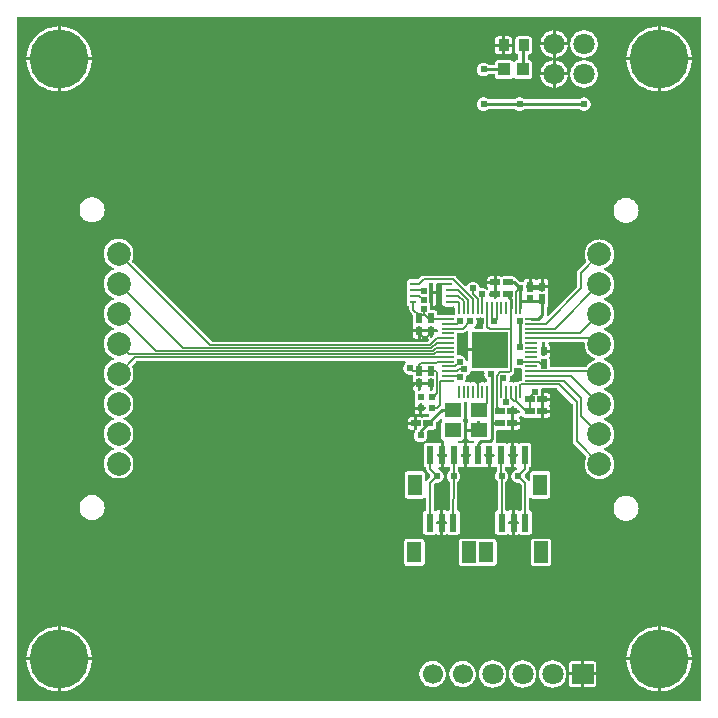
<source format=gtl>
G04 Layer: TopLayer*
G04 EasyEDA v6.5.34, 2023-09-17 23:42:40*
G04 4de15a2352ea40a9a8a41922b0a97411,5a6b42c53f6a479593ecc07194224c93,10*
G04 Gerber Generator version 0.2*
G04 Scale: 100 percent, Rotated: No, Reflected: No *
G04 Dimensions in millimeters *
G04 leading zeros omitted , absolute positions ,4 integer and 5 decimal *
%FSLAX45Y45*%
%MOMM*%

%AMMACRO1*21,1,$1,$2,0,0,$3*%
%ADD10C,0.1270*%
%ADD11C,0.2540*%
%ADD12R,1.2000X1.8000*%
%ADD13MACRO1,1.2014X1.7983X0.0000*%
%ADD14R,0.6000X1.5500*%
%ADD15MACRO1,0.54X0.7901X0.0000*%
%ADD16R,0.5400X0.7901*%
%ADD17MACRO1,0.54X0.7901X-90.0000*%
%ADD18MACRO1,1.2X1.4X90.0000*%
%ADD19R,1.4000X1.2000*%
%ADD20MACRO1,1.2X1.4X-90.0000*%
%ADD21R,1.1000X0.2000*%
%ADD22R,0.2000X1.1000*%
%ADD23R,3.1000X3.1000*%
%ADD24MACRO1,0.54X0.7901X90.0000*%
%ADD25R,0.6000X0.2800*%
%ADD26R,0.3000X1.7000*%
%ADD27R,0.5500X0.5500*%
%ADD28R,0.8999X1.0000*%
%ADD29R,1.0000X1.1000*%
%ADD30C,5.0000*%
%ADD31C,1.8000*%
%ADD32C,1.7000*%
%ADD33C,2.0000*%
%ADD34MACRO1,1.8X1.7X0.0000*%
%ADD35C,0.6096*%
%ADD36C,0.0131*%

%LPD*%
G36*
X5805932Y25908D02*
G01*
X36068Y26416D01*
X32156Y27178D01*
X28905Y29362D01*
X26670Y32664D01*
X25908Y36576D01*
X25908Y5805932D01*
X26670Y5809792D01*
X28905Y5813094D01*
X32156Y5815330D01*
X36068Y5816092D01*
X5805932Y5816092D01*
X5809792Y5815330D01*
X5813094Y5813094D01*
X5815330Y5809792D01*
X5816092Y5805932D01*
X5816092Y36068D01*
X5815330Y32156D01*
X5813094Y28905D01*
X5809792Y26670D01*
G37*

%LPC*%
G36*
X4456887Y5600700D02*
G01*
X4559300Y5600700D01*
X4559300Y5702960D01*
X4550308Y5701842D01*
X4536186Y5698236D01*
X4522673Y5692851D01*
X4509922Y5685840D01*
X4498136Y5677306D01*
X4487519Y5667349D01*
X4478223Y5656122D01*
X4470450Y5643829D01*
X4464253Y5630672D01*
X4459732Y5616803D01*
X4457039Y5602528D01*
G37*
G36*
X5473700Y105562D02*
G01*
X5478322Y105664D01*
X5501284Y108051D01*
X5523992Y112369D01*
X5546242Y118618D01*
X5567883Y126644D01*
X5588812Y136499D01*
X5608828Y148031D01*
X5627776Y161239D01*
X5645607Y175971D01*
X5662117Y192125D01*
X5677204Y209600D01*
X5690819Y228295D01*
X5702757Y248107D01*
X5713018Y268782D01*
X5721553Y290271D01*
X5728208Y312369D01*
X5733034Y334975D01*
X5735929Y357886D01*
X5736336Y368300D01*
X5473700Y368300D01*
G37*
G36*
X5448300Y105613D02*
G01*
X5448300Y368300D01*
X5185410Y368300D01*
X5187289Y346405D01*
X5191099Y323646D01*
X5196890Y301244D01*
X5204460Y279450D01*
X5213858Y258317D01*
X5224983Y238099D01*
X5237784Y218846D01*
X5252161Y200710D01*
X5267960Y183896D01*
X5285130Y168402D01*
X5303520Y154432D01*
X5323027Y142036D01*
X5343499Y131368D01*
X5364835Y122377D01*
X5386781Y115265D01*
X5409285Y109982D01*
X5432145Y106629D01*
G37*
G36*
X368300Y105613D02*
G01*
X368300Y368300D01*
X105410Y368300D01*
X107289Y346405D01*
X111099Y323646D01*
X116890Y301244D01*
X124460Y279450D01*
X133858Y258317D01*
X144983Y238099D01*
X157784Y218846D01*
X172161Y200710D01*
X187960Y183896D01*
X205130Y168402D01*
X223520Y154432D01*
X243027Y142036D01*
X263499Y131368D01*
X284835Y122377D01*
X306781Y115265D01*
X329285Y109982D01*
X352145Y106629D01*
G37*
G36*
X4044035Y138328D02*
G01*
X4058564Y138328D01*
X4072991Y140157D01*
X4087114Y143764D01*
X4100626Y149148D01*
X4113377Y156159D01*
X4125163Y164693D01*
X4135780Y174650D01*
X4145076Y185877D01*
X4152849Y198170D01*
X4159046Y211328D01*
X4163568Y225196D01*
X4166260Y239471D01*
X4167174Y254000D01*
X4166260Y268528D01*
X4163568Y282803D01*
X4159046Y296672D01*
X4152849Y309829D01*
X4145076Y322122D01*
X4135780Y333349D01*
X4125163Y343306D01*
X4113377Y351840D01*
X4100626Y358851D01*
X4087114Y364236D01*
X4072991Y367842D01*
X4058564Y369671D01*
X4044035Y369671D01*
X4029608Y367842D01*
X4015486Y364236D01*
X4001973Y358851D01*
X3989222Y351840D01*
X3977436Y343306D01*
X3966819Y333349D01*
X3957523Y322122D01*
X3949750Y309829D01*
X3943553Y296672D01*
X3939032Y282803D01*
X3936339Y268528D01*
X3935425Y254000D01*
X3936339Y239471D01*
X3939032Y225196D01*
X3943553Y211328D01*
X3949750Y198170D01*
X3957523Y185877D01*
X3966819Y174650D01*
X3977436Y164693D01*
X3989222Y156159D01*
X4001973Y149148D01*
X4015486Y143764D01*
X4029608Y140157D01*
G37*
G36*
X4298035Y138328D02*
G01*
X4312564Y138328D01*
X4326991Y140157D01*
X4341114Y143764D01*
X4354626Y149148D01*
X4367377Y156159D01*
X4379163Y164693D01*
X4389780Y174650D01*
X4399076Y185877D01*
X4406849Y198170D01*
X4413046Y211328D01*
X4417568Y225196D01*
X4420260Y239471D01*
X4421174Y254000D01*
X4420260Y268528D01*
X4417568Y282803D01*
X4413046Y296672D01*
X4406849Y309829D01*
X4399076Y322122D01*
X4389780Y333349D01*
X4379163Y343306D01*
X4367377Y351840D01*
X4354626Y358851D01*
X4341114Y364236D01*
X4326991Y367842D01*
X4312564Y369671D01*
X4298035Y369671D01*
X4283608Y367842D01*
X4269486Y364236D01*
X4255973Y358851D01*
X4243222Y351840D01*
X4231436Y343306D01*
X4220819Y333349D01*
X4211523Y322122D01*
X4203750Y309829D01*
X4197553Y296672D01*
X4193032Y282803D01*
X4190339Y268528D01*
X4189425Y254000D01*
X4190339Y239471D01*
X4193032Y225196D01*
X4197553Y211328D01*
X4203750Y198170D01*
X4211523Y185877D01*
X4220819Y174650D01*
X4231436Y164693D01*
X4243222Y156159D01*
X4255973Y149148D01*
X4269486Y143764D01*
X4283608Y140157D01*
G37*
G36*
X4552035Y138328D02*
G01*
X4566564Y138328D01*
X4580991Y140157D01*
X4595114Y143764D01*
X4608626Y149148D01*
X4621377Y156159D01*
X4633163Y164693D01*
X4643780Y174650D01*
X4653076Y185877D01*
X4660849Y198170D01*
X4667046Y211328D01*
X4671568Y225196D01*
X4674260Y239471D01*
X4675174Y254000D01*
X4674260Y268528D01*
X4671568Y282803D01*
X4667046Y296672D01*
X4660849Y309829D01*
X4653076Y322122D01*
X4643780Y333349D01*
X4633163Y343306D01*
X4621377Y351840D01*
X4608626Y358851D01*
X4595114Y364236D01*
X4580991Y367842D01*
X4566564Y369671D01*
X4552035Y369671D01*
X4537608Y367842D01*
X4523486Y364236D01*
X4509973Y358851D01*
X4497222Y351840D01*
X4485436Y343306D01*
X4474819Y333349D01*
X4465523Y322122D01*
X4457750Y309829D01*
X4451553Y296672D01*
X4447032Y282803D01*
X4444339Y268528D01*
X4443425Y254000D01*
X4444339Y239471D01*
X4447032Y225196D01*
X4451553Y211328D01*
X4457750Y198170D01*
X4465523Y185877D01*
X4474819Y174650D01*
X4485436Y164693D01*
X4497222Y156159D01*
X4509973Y149148D01*
X4523486Y143764D01*
X4537608Y140157D01*
G37*
G36*
X4826000Y143103D02*
G01*
X4902708Y143103D01*
X4909058Y143814D01*
X4914493Y145694D01*
X4919421Y148793D01*
X4923485Y152908D01*
X4926584Y157784D01*
X4928514Y163271D01*
X4929225Y169570D01*
X4929225Y241300D01*
X4826000Y241300D01*
G37*
G36*
X4723892Y143103D02*
G01*
X4800600Y143103D01*
X4800600Y241300D01*
X4697374Y241300D01*
X4697374Y169570D01*
X4698085Y163271D01*
X4700016Y157784D01*
X4703114Y152908D01*
X4707178Y148793D01*
X4712106Y145694D01*
X4717542Y143814D01*
G37*
G36*
X3800856Y143154D02*
G01*
X3814978Y144526D01*
X3828846Y147675D01*
X3842207Y152603D01*
X3854805Y159156D01*
X3866438Y167284D01*
X3876954Y176834D01*
X3886149Y187655D01*
X3893921Y199593D01*
X3900068Y212394D01*
X3904538Y225856D01*
X3907282Y239826D01*
X3908196Y254000D01*
X3907282Y268173D01*
X3904538Y282143D01*
X3900068Y295605D01*
X3893921Y308406D01*
X3886149Y320344D01*
X3876954Y331165D01*
X3866438Y340715D01*
X3854805Y348843D01*
X3842207Y355396D01*
X3828846Y360324D01*
X3814978Y363474D01*
X3800856Y364845D01*
X3786632Y364388D01*
X3772611Y362102D01*
X3758996Y358038D01*
X3745992Y352298D01*
X3733850Y344932D01*
X3722725Y336092D01*
X3712870Y325882D01*
X3704386Y314502D01*
X3697376Y302107D01*
X3692042Y288950D01*
X3688435Y275183D01*
X3686657Y261112D01*
X3686657Y246888D01*
X3688435Y232816D01*
X3692042Y219049D01*
X3697376Y205892D01*
X3704386Y193497D01*
X3712870Y182118D01*
X3722725Y171907D01*
X3733850Y163068D01*
X3745992Y155702D01*
X3758996Y149910D01*
X3772611Y145897D01*
X3786632Y143611D01*
G37*
G36*
X3546856Y143154D02*
G01*
X3560978Y144526D01*
X3574846Y147675D01*
X3588207Y152603D01*
X3600805Y159156D01*
X3612438Y167284D01*
X3622954Y176834D01*
X3632149Y187655D01*
X3639921Y199593D01*
X3646068Y212394D01*
X3650538Y225856D01*
X3653282Y239826D01*
X3654196Y254000D01*
X3653282Y268173D01*
X3650538Y282143D01*
X3646068Y295605D01*
X3639921Y308406D01*
X3632149Y320344D01*
X3622954Y331165D01*
X3612438Y340715D01*
X3600805Y348843D01*
X3588207Y355396D01*
X3574846Y360324D01*
X3560978Y363474D01*
X3546856Y364845D01*
X3532632Y364388D01*
X3518611Y362102D01*
X3504996Y358038D01*
X3491992Y352298D01*
X3479850Y344932D01*
X3468725Y336092D01*
X3458870Y325882D01*
X3450386Y314502D01*
X3443376Y302107D01*
X3438042Y288950D01*
X3434435Y275183D01*
X3432657Y261112D01*
X3432657Y246888D01*
X3434435Y232816D01*
X3438042Y219049D01*
X3443376Y205892D01*
X3450386Y193497D01*
X3458870Y182118D01*
X3468725Y171907D01*
X3479850Y163068D01*
X3491992Y155702D01*
X3504996Y149910D01*
X3518611Y145897D01*
X3532632Y143611D01*
G37*
G36*
X4697374Y266700D02*
G01*
X4800600Y266700D01*
X4800600Y364896D01*
X4723892Y364896D01*
X4717542Y364185D01*
X4712106Y362305D01*
X4707178Y359206D01*
X4703114Y355092D01*
X4700016Y350215D01*
X4698085Y344728D01*
X4697374Y338429D01*
G37*
G36*
X4826000Y266700D02*
G01*
X4929225Y266700D01*
X4929225Y338429D01*
X4928514Y344728D01*
X4926584Y350215D01*
X4923485Y355092D01*
X4919421Y359206D01*
X4914493Y362305D01*
X4909058Y364185D01*
X4902708Y364896D01*
X4826000Y364896D01*
G37*
G36*
X393700Y393700D02*
G01*
X656336Y393700D01*
X655929Y404063D01*
X653034Y427024D01*
X648208Y449630D01*
X641553Y471728D01*
X633018Y493217D01*
X622757Y513892D01*
X610819Y533654D01*
X597204Y552348D01*
X582117Y569874D01*
X565607Y586028D01*
X547776Y600760D01*
X528828Y613968D01*
X508812Y625500D01*
X487883Y635355D01*
X466242Y643382D01*
X443992Y649630D01*
X421284Y653948D01*
X398322Y656336D01*
X393700Y656437D01*
G37*
G36*
X5473700Y393700D02*
G01*
X5736336Y393700D01*
X5735929Y404063D01*
X5733034Y427024D01*
X5728208Y449630D01*
X5721553Y471728D01*
X5713018Y493217D01*
X5702757Y513892D01*
X5690819Y533654D01*
X5677204Y552348D01*
X5662117Y569874D01*
X5645607Y586028D01*
X5627776Y600760D01*
X5608828Y613968D01*
X5588812Y625500D01*
X5567883Y635355D01*
X5546242Y643382D01*
X5523992Y649630D01*
X5501284Y653948D01*
X5478322Y656336D01*
X5473700Y656437D01*
G37*
G36*
X5185410Y393700D02*
G01*
X5448300Y393700D01*
X5448300Y656386D01*
X5432145Y655370D01*
X5409285Y652018D01*
X5386781Y646734D01*
X5364835Y639572D01*
X5343499Y630631D01*
X5323027Y619912D01*
X5303520Y607568D01*
X5285130Y593598D01*
X5267960Y578104D01*
X5252161Y561289D01*
X5237784Y543153D01*
X5224983Y523900D01*
X5213858Y503682D01*
X5204460Y482549D01*
X5196890Y460756D01*
X5191099Y438353D01*
X5187289Y415594D01*
G37*
G36*
X105410Y393700D02*
G01*
X368300Y393700D01*
X368300Y656386D01*
X352145Y655370D01*
X329285Y652018D01*
X306781Y646734D01*
X284835Y639572D01*
X263499Y630631D01*
X243027Y619912D01*
X223520Y607568D01*
X205130Y593598D01*
X187960Y578104D01*
X172161Y561289D01*
X157784Y543153D01*
X144983Y523900D01*
X133858Y503682D01*
X124460Y482549D01*
X116890Y460756D01*
X111099Y438353D01*
X107289Y415594D01*
G37*
G36*
X3330092Y1167536D02*
G01*
X3448964Y1167536D01*
X3455263Y1168247D01*
X3460750Y1170178D01*
X3465626Y1173226D01*
X3469741Y1177340D01*
X3472789Y1182217D01*
X3474720Y1187704D01*
X3475431Y1194003D01*
X3475431Y1372870D01*
X3474720Y1379220D01*
X3472789Y1384655D01*
X3469741Y1389583D01*
X3465626Y1393647D01*
X3460750Y1396746D01*
X3455263Y1398625D01*
X3448964Y1399336D01*
X3330092Y1399336D01*
X3323742Y1398625D01*
X3318306Y1396746D01*
X3313379Y1393647D01*
X3309315Y1389583D01*
X3306216Y1384655D01*
X3304336Y1379220D01*
X3303625Y1372870D01*
X3303625Y1194003D01*
X3304336Y1187704D01*
X3306216Y1182217D01*
X3309315Y1177340D01*
X3313379Y1173226D01*
X3318306Y1170178D01*
X3323742Y1168247D01*
G37*
G36*
X3939692Y1167536D02*
G01*
X4058564Y1167536D01*
X4064863Y1168247D01*
X4070350Y1170178D01*
X4075226Y1173226D01*
X4079341Y1177340D01*
X4082389Y1182217D01*
X4084320Y1187704D01*
X4085031Y1194003D01*
X4085031Y1372870D01*
X4084320Y1379220D01*
X4082389Y1384655D01*
X4079341Y1389583D01*
X4075226Y1393647D01*
X4070350Y1396746D01*
X4064863Y1398625D01*
X4058564Y1399336D01*
X3939692Y1399336D01*
X3933342Y1398625D01*
X3927703Y1396644D01*
X3924350Y1396085D01*
X3920998Y1396644D01*
X3915257Y1398676D01*
X3908907Y1399387D01*
X3790035Y1399387D01*
X3783736Y1398676D01*
X3778250Y1396746D01*
X3773373Y1393698D01*
X3769258Y1389583D01*
X3766210Y1384706D01*
X3764279Y1379220D01*
X3763568Y1372920D01*
X3763568Y1194054D01*
X3764279Y1187704D01*
X3766210Y1182268D01*
X3769258Y1177391D01*
X3773373Y1173276D01*
X3778250Y1170178D01*
X3783736Y1168298D01*
X3790035Y1167587D01*
X3908907Y1167587D01*
X3915257Y1168298D01*
X3920896Y1170279D01*
X3924249Y1170838D01*
X3927601Y1170279D01*
X3933342Y1168247D01*
G37*
G36*
X4399635Y1167587D02*
G01*
X4518507Y1167587D01*
X4524857Y1168298D01*
X4530293Y1170178D01*
X4535220Y1173276D01*
X4539284Y1177391D01*
X4542383Y1182268D01*
X4544263Y1187704D01*
X4544974Y1194054D01*
X4544974Y1372920D01*
X4544263Y1379220D01*
X4542383Y1384706D01*
X4539284Y1389583D01*
X4535220Y1393698D01*
X4530293Y1396746D01*
X4524857Y1398676D01*
X4518507Y1399387D01*
X4399635Y1399387D01*
X4393336Y1398676D01*
X4387850Y1396746D01*
X4382973Y1393698D01*
X4378858Y1389583D01*
X4375810Y1384706D01*
X4373880Y1379220D01*
X4373168Y1372920D01*
X4373168Y1194054D01*
X4373880Y1187704D01*
X4375810Y1182268D01*
X4378858Y1177391D01*
X4382973Y1173276D01*
X4387850Y1170178D01*
X4393336Y1168298D01*
G37*
G36*
X4584700Y5600700D02*
G01*
X4687112Y5600700D01*
X4686960Y5602528D01*
X4684268Y5616803D01*
X4679746Y5630672D01*
X4673549Y5643829D01*
X4665776Y5656122D01*
X4656480Y5667349D01*
X4645863Y5677306D01*
X4634077Y5685840D01*
X4621326Y5692851D01*
X4607814Y5698236D01*
X4593691Y5701842D01*
X4584700Y5702960D01*
G37*
G36*
X4156811Y5588000D02*
G01*
X4214977Y5588000D01*
X4214977Y5624728D01*
X4214266Y5631027D01*
X4212386Y5636514D01*
X4209288Y5641390D01*
X4205224Y5645505D01*
X4200296Y5648604D01*
X4194860Y5650484D01*
X4188510Y5651195D01*
X4156811Y5651195D01*
G37*
G36*
X4241800Y1432560D02*
G01*
X4258564Y1432560D01*
X4264863Y1433271D01*
X4270349Y1435150D01*
X4273702Y1437284D01*
X4277207Y1438656D01*
X4281017Y1438656D01*
X4284522Y1437284D01*
X4287875Y1435150D01*
X4293362Y1433271D01*
X4299661Y1432560D01*
X4358538Y1432560D01*
X4364888Y1433271D01*
X4370324Y1435150D01*
X4375200Y1438249D01*
X4379315Y1442364D01*
X4382414Y1447241D01*
X4384294Y1452727D01*
X4385005Y1459026D01*
X4385005Y1612900D01*
X4384294Y1619199D01*
X4382414Y1624685D01*
X4379315Y1629562D01*
X4375200Y1633677D01*
X4370324Y1636725D01*
X4368190Y1637487D01*
X4364634Y1639620D01*
X4362196Y1643024D01*
X4361383Y1647088D01*
X4361383Y1737055D01*
X4362297Y1741271D01*
X4364888Y1744725D01*
X4368647Y1746808D01*
X4372965Y1747113D01*
X4377029Y1745589D01*
X4383125Y1741627D01*
X4388561Y1739747D01*
X4394860Y1739036D01*
X4513732Y1739036D01*
X4520031Y1739747D01*
X4525518Y1741678D01*
X4530394Y1744725D01*
X4534509Y1748840D01*
X4537608Y1753717D01*
X4539488Y1759204D01*
X4540199Y1765503D01*
X4540199Y1944370D01*
X4539488Y1950720D01*
X4537608Y1956155D01*
X4534509Y1961083D01*
X4530394Y1965147D01*
X4525518Y1968246D01*
X4520031Y1970125D01*
X4513732Y1970836D01*
X4394860Y1970836D01*
X4388561Y1970125D01*
X4383074Y1968246D01*
X4378198Y1965147D01*
X4374083Y1961083D01*
X4371035Y1956155D01*
X4369104Y1950720D01*
X4368393Y1944370D01*
X4368393Y1899361D01*
X4367631Y1895449D01*
X4365396Y1892198D01*
X4362094Y1889963D01*
X4358233Y1889201D01*
X4354322Y1889963D01*
X4351070Y1892198D01*
X4326026Y1917192D01*
X4323689Y1920900D01*
X4323080Y1925269D01*
X4323537Y1930400D01*
X4323080Y1935530D01*
X4323689Y1939899D01*
X4326026Y1943607D01*
X4346752Y1964334D01*
X4351324Y1969973D01*
X4354372Y1975967D01*
X4356150Y1982622D01*
X4356557Y1987905D01*
X4356557Y1996338D01*
X4357420Y2000402D01*
X4359808Y2003755D01*
X4363364Y2005939D01*
X4365498Y2006650D01*
X4370425Y2009749D01*
X4374489Y2013864D01*
X4377588Y2018741D01*
X4379518Y2024176D01*
X4380230Y2030526D01*
X4380230Y2184400D01*
X4379518Y2190699D01*
X4377588Y2196185D01*
X4374489Y2201062D01*
X4370425Y2205177D01*
X4365498Y2208225D01*
X4360062Y2210155D01*
X4353712Y2210866D01*
X4294886Y2210866D01*
X4288536Y2210155D01*
X4283100Y2208225D01*
X4279696Y2206091D01*
X4276191Y2204720D01*
X4272432Y2204720D01*
X4268876Y2206091D01*
X4265523Y2208225D01*
X4260037Y2210155D01*
X4253738Y2210866D01*
X4237024Y2210866D01*
X4237024Y2120138D01*
X4258208Y2120138D01*
X4262120Y2119376D01*
X4265422Y2117191D01*
X4267606Y2113889D01*
X4268368Y2109978D01*
X4268368Y2104898D01*
X4267606Y2101037D01*
X4265422Y2097735D01*
X4262120Y2095550D01*
X4258208Y2094738D01*
X4237024Y2094738D01*
X4237024Y2004060D01*
X4247997Y2004060D01*
X4252061Y2003196D01*
X4255414Y2000808D01*
X4257548Y1997252D01*
X4258106Y1993138D01*
X4256938Y1989124D01*
X4254296Y1985924D01*
X4250588Y1984095D01*
X4247946Y1983333D01*
X4239006Y1979218D01*
X4230979Y1973580D01*
X4224020Y1966620D01*
X4218381Y1958593D01*
X4214266Y1949653D01*
X4211726Y1940204D01*
X4210862Y1930400D01*
X4211726Y1920595D01*
X4214266Y1911146D01*
X4218381Y1902206D01*
X4224020Y1894179D01*
X4230979Y1887220D01*
X4239006Y1881581D01*
X4247946Y1877466D01*
X4257395Y1874926D01*
X4267200Y1874062D01*
X4272330Y1874520D01*
X4276699Y1873910D01*
X4280408Y1871573D01*
X4293870Y1858111D01*
X4296105Y1854809D01*
X4296867Y1850898D01*
X4296867Y1647088D01*
X4296003Y1643024D01*
X4293616Y1639620D01*
X4290060Y1637487D01*
X4287875Y1636725D01*
X4284522Y1634591D01*
X4281017Y1633220D01*
X4277207Y1633220D01*
X4273702Y1634591D01*
X4270349Y1636725D01*
X4264863Y1638655D01*
X4258564Y1639366D01*
X4241800Y1639366D01*
X4241800Y1548638D01*
X4263034Y1548638D01*
X4266946Y1547876D01*
X4270248Y1545691D01*
X4272432Y1542389D01*
X4273194Y1538478D01*
X4273194Y1533398D01*
X4272432Y1529537D01*
X4270248Y1526235D01*
X4266946Y1524050D01*
X4263034Y1523238D01*
X4241800Y1523238D01*
G37*
G36*
X4073194Y5588000D02*
G01*
X4131411Y5588000D01*
X4131411Y5651195D01*
X4099661Y5651195D01*
X4093362Y5650484D01*
X4087876Y5648604D01*
X4082999Y5645505D01*
X4078884Y5641390D01*
X4075785Y5636514D01*
X4073906Y5631027D01*
X4073194Y5624728D01*
G37*
G36*
X3490061Y1432560D02*
G01*
X3548938Y1432560D01*
X3555288Y1433271D01*
X3560724Y1435150D01*
X3564128Y1437284D01*
X3567633Y1438656D01*
X3571392Y1438656D01*
X3574897Y1437284D01*
X3578301Y1435150D01*
X3583736Y1433271D01*
X3590086Y1432560D01*
X3606800Y1432560D01*
X3606800Y1523238D01*
X3585565Y1523238D01*
X3581704Y1524050D01*
X3578402Y1526235D01*
X3576218Y1529537D01*
X3575405Y1533398D01*
X3575405Y1538478D01*
X3576218Y1542389D01*
X3578402Y1545691D01*
X3581704Y1547876D01*
X3585565Y1548638D01*
X3606800Y1548638D01*
X3606800Y1639366D01*
X3590086Y1639366D01*
X3583736Y1638655D01*
X3578301Y1636725D01*
X3574897Y1634591D01*
X3571392Y1633220D01*
X3567633Y1633220D01*
X3564128Y1634591D01*
X3560724Y1636725D01*
X3558590Y1637487D01*
X3555034Y1639620D01*
X3552596Y1643024D01*
X3551783Y1647088D01*
X3551783Y1850948D01*
X3552545Y1854809D01*
X3554729Y1858111D01*
X3568192Y1871573D01*
X3571900Y1873910D01*
X3576269Y1874520D01*
X3581400Y1874062D01*
X3591204Y1874926D01*
X3600653Y1877466D01*
X3609594Y1881581D01*
X3617620Y1887220D01*
X3624579Y1894179D01*
X3630218Y1902206D01*
X3634333Y1911146D01*
X3636873Y1920595D01*
X3637737Y1930400D01*
X3636873Y1940204D01*
X3634333Y1949653D01*
X3630218Y1958593D01*
X3624579Y1966620D01*
X3617620Y1973580D01*
X3609594Y1979218D01*
X3600653Y1983333D01*
X3598011Y1984095D01*
X3594303Y1985924D01*
X3591661Y1989124D01*
X3590493Y1993138D01*
X3591051Y1997252D01*
X3593185Y2000808D01*
X3596538Y2003196D01*
X3600602Y2004060D01*
X3611626Y2004060D01*
X3611626Y2094738D01*
X3590391Y2094738D01*
X3586479Y2095550D01*
X3583178Y2097735D01*
X3580993Y2101037D01*
X3580231Y2104898D01*
X3580231Y2109978D01*
X3580993Y2113889D01*
X3583178Y2117191D01*
X3586479Y2119376D01*
X3590391Y2120138D01*
X3611626Y2120138D01*
X3611626Y2210866D01*
X3594862Y2210866D01*
X3588562Y2210155D01*
X3583076Y2208225D01*
X3579723Y2206091D01*
X3576167Y2204720D01*
X3572408Y2204720D01*
X3568903Y2206091D01*
X3565499Y2208225D01*
X3560064Y2210155D01*
X3553714Y2210866D01*
X3494887Y2210866D01*
X3488537Y2210155D01*
X3483101Y2208225D01*
X3478174Y2205177D01*
X3474110Y2201062D01*
X3471011Y2196185D01*
X3469081Y2190699D01*
X3468370Y2184400D01*
X3468370Y2030526D01*
X3469081Y2024176D01*
X3471011Y2018741D01*
X3474110Y2013864D01*
X3478174Y2009749D01*
X3483101Y2006650D01*
X3485235Y2005888D01*
X3488791Y2003755D01*
X3491229Y2000402D01*
X3492042Y1996338D01*
X3492042Y1988007D01*
X3492804Y1980793D01*
X3494887Y1974392D01*
X3498342Y1968449D01*
X3501796Y1964385D01*
X3522573Y1943607D01*
X3524910Y1939899D01*
X3525520Y1935530D01*
X3525062Y1930400D01*
X3525520Y1925269D01*
X3524910Y1920900D01*
X3522573Y1917192D01*
X3497529Y1892198D01*
X3494278Y1889963D01*
X3490366Y1889201D01*
X3486505Y1889963D01*
X3483203Y1892198D01*
X3480968Y1895449D01*
X3480206Y1899361D01*
X3480206Y1944370D01*
X3479495Y1950720D01*
X3477564Y1956155D01*
X3474516Y1961083D01*
X3470401Y1965147D01*
X3465525Y1968246D01*
X3460038Y1970125D01*
X3453739Y1970836D01*
X3334867Y1970836D01*
X3328568Y1970125D01*
X3323082Y1968246D01*
X3318205Y1965147D01*
X3314090Y1961083D01*
X3310991Y1956155D01*
X3309112Y1950720D01*
X3308400Y1944370D01*
X3308400Y1765503D01*
X3309112Y1759204D01*
X3310991Y1753717D01*
X3314090Y1748840D01*
X3318205Y1744725D01*
X3323082Y1741678D01*
X3328568Y1739747D01*
X3334867Y1739036D01*
X3453739Y1739036D01*
X3460038Y1739747D01*
X3465474Y1741627D01*
X3471570Y1745589D01*
X3475634Y1747113D01*
X3479952Y1746808D01*
X3483762Y1744725D01*
X3486353Y1741271D01*
X3487267Y1737055D01*
X3487267Y1647088D01*
X3486404Y1643024D01*
X3484016Y1639620D01*
X3480460Y1637487D01*
X3478276Y1636725D01*
X3473399Y1633677D01*
X3469284Y1629562D01*
X3466236Y1624685D01*
X3464306Y1619199D01*
X3463594Y1612900D01*
X3463594Y1459026D01*
X3464306Y1452727D01*
X3466236Y1447241D01*
X3469284Y1442364D01*
X3473399Y1438249D01*
X3478276Y1435150D01*
X3483762Y1433271D01*
G37*
G36*
X4099661Y5499404D02*
G01*
X4131411Y5499404D01*
X4131411Y5562600D01*
X4073194Y5562600D01*
X4073194Y5525871D01*
X4073906Y5519521D01*
X4075785Y5514086D01*
X4078884Y5509158D01*
X4082999Y5505094D01*
X4087876Y5501995D01*
X4093362Y5500116D01*
G37*
G36*
X3632200Y1432560D02*
G01*
X3648964Y1432560D01*
X3655263Y1433271D01*
X3660749Y1435150D01*
X3664102Y1437284D01*
X3667607Y1438656D01*
X3671417Y1438656D01*
X3674922Y1437284D01*
X3678275Y1435150D01*
X3683762Y1433271D01*
X3690061Y1432560D01*
X3748938Y1432560D01*
X3755288Y1433271D01*
X3760724Y1435150D01*
X3765600Y1438249D01*
X3769715Y1442364D01*
X3772814Y1447241D01*
X3774694Y1452727D01*
X3775405Y1459026D01*
X3775405Y1612900D01*
X3774694Y1619199D01*
X3772814Y1624685D01*
X3769715Y1629562D01*
X3765600Y1633677D01*
X3760724Y1636725D01*
X3759047Y1637334D01*
X3755491Y1639468D01*
X3753104Y1642872D01*
X3752240Y1646936D01*
X3753154Y1879092D01*
X3753662Y1882190D01*
X3755085Y1884984D01*
X3764279Y1894179D01*
X3769918Y1902206D01*
X3774033Y1911146D01*
X3776573Y1920595D01*
X3777437Y1930400D01*
X3776573Y1940204D01*
X3774033Y1949653D01*
X3769918Y1958593D01*
X3764279Y1966620D01*
X3759555Y1971344D01*
X3757320Y1974646D01*
X3756558Y1978507D01*
X3756558Y1996338D01*
X3757422Y2000402D01*
X3759809Y2003755D01*
X3763365Y2005939D01*
X3765499Y2006650D01*
X3768902Y2008784D01*
X3772408Y2010156D01*
X3776167Y2010156D01*
X3779723Y2008784D01*
X3783076Y2006650D01*
X3788562Y2004771D01*
X3794861Y2004060D01*
X3811625Y2004060D01*
X3811625Y2094738D01*
X3790391Y2094738D01*
X3786479Y2095550D01*
X3783177Y2097735D01*
X3780993Y2101037D01*
X3780231Y2104898D01*
X3780231Y2109978D01*
X3780993Y2113889D01*
X3783177Y2117191D01*
X3786479Y2119376D01*
X3790391Y2120138D01*
X3811625Y2120138D01*
X3811625Y2210866D01*
X3794861Y2210866D01*
X3789781Y2211120D01*
X3787648Y2209850D01*
X3783076Y2208225D01*
X3779723Y2206091D01*
X3776167Y2204720D01*
X3772408Y2204720D01*
X3768902Y2206091D01*
X3765499Y2208225D01*
X3761435Y2209647D01*
X3757980Y2211730D01*
X3755593Y2214981D01*
X3754678Y2218944D01*
X3755339Y2222906D01*
X3757523Y2226310D01*
X3760876Y2228596D01*
X3764838Y2229408D01*
X3782110Y2229408D01*
X3787190Y2229154D01*
X3789324Y2230424D01*
X3793896Y2232050D01*
X3798824Y2235098D01*
X3802887Y2239213D01*
X3805986Y2244090D01*
X3807917Y2249576D01*
X3808628Y2255875D01*
X3808628Y2374747D01*
X3807917Y2381046D01*
X3805986Y2386533D01*
X3802887Y2391410D01*
X3801211Y2393137D01*
X3798976Y2396439D01*
X3798214Y2400300D01*
X3798976Y2404211D01*
X3801211Y2407513D01*
X3802887Y2409190D01*
X3805986Y2414117D01*
X3807917Y2419553D01*
X3808628Y2425903D01*
X3808628Y2544724D01*
X3807968Y2550261D01*
X3808323Y2554173D01*
X3810152Y2557729D01*
X3813149Y2560269D01*
X3816959Y2561488D01*
X3825900Y2562910D01*
X3830777Y2561793D01*
X3833723Y2560167D01*
X3836009Y2557627D01*
X3837330Y2554478D01*
X3837482Y2551074D01*
X3836771Y2544724D01*
X3836771Y2425903D01*
X3837482Y2419553D01*
X3839413Y2414117D01*
X3842512Y2409190D01*
X3844188Y2407513D01*
X3846423Y2404211D01*
X3847185Y2400300D01*
X3846423Y2396439D01*
X3844188Y2393137D01*
X3842512Y2391410D01*
X3839413Y2386533D01*
X3837482Y2381046D01*
X3836771Y2374747D01*
X3836771Y2328011D01*
X3919982Y2328011D01*
X3919982Y2389225D01*
X3920794Y2393137D01*
X3922979Y2396439D01*
X3926281Y2398623D01*
X3930142Y2399385D01*
X3935222Y2399385D01*
X3939133Y2398623D01*
X3942435Y2396439D01*
X3944620Y2393137D01*
X3945382Y2389225D01*
X3945382Y2328011D01*
X3997198Y2328011D01*
X4001109Y2327249D01*
X4004360Y2325014D01*
X4006596Y2321763D01*
X4007358Y2317851D01*
X4007358Y2312771D01*
X4006596Y2308910D01*
X4004360Y2305608D01*
X4001109Y2303373D01*
X3997198Y2302611D01*
X3945382Y2302611D01*
X3945382Y2268880D01*
X3944569Y2264816D01*
X3942130Y2261412D01*
X3938524Y2259279D01*
X3933444Y2257552D01*
X3929634Y2256993D01*
X3925925Y2257907D01*
X3922776Y2260142D01*
X3920744Y2263343D01*
X3919982Y2267153D01*
X3919982Y2302611D01*
X3836771Y2302611D01*
X3836771Y2255875D01*
X3837482Y2249576D01*
X3839413Y2244090D01*
X3842512Y2239213D01*
X3846576Y2235098D01*
X3851503Y2232050D01*
X3855516Y2230628D01*
X3859022Y2228545D01*
X3859580Y2227732D01*
X3860850Y2228596D01*
X3864813Y2229408D01*
X3881069Y2229408D01*
X3885133Y2228545D01*
X3888536Y2226157D01*
X3890670Y2222550D01*
X3891229Y2218436D01*
X3889400Y2213305D01*
X3887063Y2210358D01*
X3879697Y2206091D01*
X3876192Y2204720D01*
X3872433Y2204720D01*
X3868877Y2206091D01*
X3865524Y2208225D01*
X3861460Y2209647D01*
X3858006Y2211730D01*
X3857396Y2212543D01*
X3856126Y2211679D01*
X3852164Y2210866D01*
X3837025Y2210866D01*
X3837025Y2120138D01*
X3858209Y2120138D01*
X3862120Y2119376D01*
X3865422Y2117191D01*
X3867607Y2113889D01*
X3868369Y2109978D01*
X3868369Y2104898D01*
X3867607Y2101037D01*
X3865422Y2097735D01*
X3862120Y2095550D01*
X3858209Y2094738D01*
X3837025Y2094738D01*
X3837025Y2004060D01*
X3853738Y2004060D01*
X3860037Y2004771D01*
X3865524Y2006650D01*
X3868877Y2008784D01*
X3872433Y2010156D01*
X3876192Y2010156D01*
X3879697Y2008784D01*
X3883101Y2006650D01*
X3888536Y2004771D01*
X3894886Y2004060D01*
X3953713Y2004060D01*
X3960063Y2004771D01*
X3965498Y2006650D01*
X3968902Y2008784D01*
X3972407Y2010156D01*
X3976166Y2010156D01*
X3979722Y2008784D01*
X3983075Y2006650D01*
X3988562Y2004771D01*
X3994861Y2004060D01*
X4011625Y2004060D01*
X4011625Y2094738D01*
X3990390Y2094738D01*
X3986479Y2095550D01*
X3983177Y2097735D01*
X3980992Y2101037D01*
X3980230Y2104898D01*
X3980230Y2109978D01*
X3980992Y2113889D01*
X3983177Y2117191D01*
X3986479Y2119376D01*
X3990390Y2120138D01*
X4011625Y2120138D01*
X4011625Y2173782D01*
X4012336Y2177643D01*
X4014520Y2180894D01*
X4017721Y2183130D01*
X4021582Y2183942D01*
X4026662Y2184044D01*
X4030624Y2183333D01*
X4033977Y2181148D01*
X4036212Y2177796D01*
X4037025Y2173884D01*
X4037025Y2120138D01*
X4058208Y2120138D01*
X4062120Y2119376D01*
X4065422Y2117191D01*
X4067606Y2113889D01*
X4068368Y2109978D01*
X4068368Y2104898D01*
X4067606Y2101037D01*
X4065422Y2097735D01*
X4062120Y2095550D01*
X4058208Y2094738D01*
X4037025Y2094738D01*
X4037025Y2004060D01*
X4053738Y2004060D01*
X4060037Y2004771D01*
X4065524Y2006650D01*
X4068876Y2008784D01*
X4072432Y2010156D01*
X4076192Y2010156D01*
X4079697Y2008784D01*
X4083100Y2006650D01*
X4085234Y2005888D01*
X4088790Y2003755D01*
X4091228Y2000402D01*
X4092041Y1996338D01*
X4092041Y1978558D01*
X4091279Y1974646D01*
X4089095Y1971344D01*
X4084320Y1966620D01*
X4078681Y1958593D01*
X4074566Y1949653D01*
X4072026Y1940204D01*
X4071162Y1930400D01*
X4072026Y1920595D01*
X4074566Y1911146D01*
X4078681Y1902206D01*
X4084320Y1894179D01*
X4093514Y1884984D01*
X4094937Y1882190D01*
X4095445Y1879092D01*
X4096359Y1646936D01*
X4095496Y1642872D01*
X4093108Y1639468D01*
X4089552Y1637334D01*
X4087876Y1636725D01*
X4082999Y1633677D01*
X4078884Y1629562D01*
X4075836Y1624685D01*
X4073906Y1619199D01*
X4073194Y1612900D01*
X4073194Y1459026D01*
X4073906Y1452727D01*
X4075836Y1447241D01*
X4078884Y1442364D01*
X4082999Y1438249D01*
X4087876Y1435150D01*
X4093362Y1433271D01*
X4099661Y1432560D01*
X4158538Y1432560D01*
X4164888Y1433271D01*
X4170324Y1435150D01*
X4173728Y1437284D01*
X4177233Y1438656D01*
X4180992Y1438656D01*
X4184497Y1437284D01*
X4187901Y1435150D01*
X4193336Y1433271D01*
X4199686Y1432560D01*
X4216400Y1432560D01*
X4216400Y1523238D01*
X4195165Y1523238D01*
X4191304Y1524050D01*
X4188002Y1526235D01*
X4185818Y1529537D01*
X4185005Y1533398D01*
X4185005Y1538478D01*
X4185818Y1542389D01*
X4188002Y1545691D01*
X4191304Y1547876D01*
X4195165Y1548638D01*
X4216400Y1548638D01*
X4216400Y1639366D01*
X4199686Y1639366D01*
X4193336Y1638655D01*
X4187901Y1636725D01*
X4184497Y1634591D01*
X4180992Y1633220D01*
X4177233Y1633220D01*
X4173728Y1634591D01*
X4170324Y1636725D01*
X4167632Y1637690D01*
X4164126Y1639824D01*
X4161688Y1643176D01*
X4160875Y1647240D01*
X4159961Y1879295D01*
X4160723Y1883206D01*
X4162958Y1886508D01*
X4170679Y1894179D01*
X4176318Y1902206D01*
X4180433Y1911146D01*
X4182973Y1920595D01*
X4183837Y1930400D01*
X4182973Y1940204D01*
X4180433Y1949653D01*
X4176318Y1958593D01*
X4170679Y1966620D01*
X4163720Y1973580D01*
X4160926Y1975561D01*
X4158589Y1977796D01*
X4157065Y1980692D01*
X4156557Y1983841D01*
X4156557Y1996338D01*
X4157421Y2000402D01*
X4159808Y2003755D01*
X4163364Y2005939D01*
X4165498Y2006650D01*
X4168901Y2008784D01*
X4172407Y2010156D01*
X4176166Y2010156D01*
X4179722Y2008784D01*
X4183075Y2006650D01*
X4188561Y2004771D01*
X4194860Y2004060D01*
X4211624Y2004060D01*
X4211624Y2094738D01*
X4190390Y2094738D01*
X4186478Y2095550D01*
X4183176Y2097735D01*
X4180992Y2101037D01*
X4180230Y2104898D01*
X4180230Y2109978D01*
X4180992Y2113889D01*
X4183176Y2117191D01*
X4186478Y2119376D01*
X4190390Y2120138D01*
X4211624Y2120138D01*
X4211624Y2210866D01*
X4194860Y2210866D01*
X4188561Y2210155D01*
X4183075Y2208225D01*
X4179722Y2206091D01*
X4176166Y2204720D01*
X4172407Y2204720D01*
X4168901Y2206091D01*
X4165498Y2208225D01*
X4160062Y2210155D01*
X4153712Y2210866D01*
X4094886Y2210866D01*
X4090263Y2210358D01*
X4085945Y2210816D01*
X4082186Y2213051D01*
X4079697Y2216708D01*
X4078986Y2221026D01*
X4080205Y2225243D01*
X4081576Y2227884D01*
X4083761Y2235098D01*
X4084574Y2243124D01*
X4084574Y2311857D01*
X4085336Y2315718D01*
X4087571Y2319020D01*
X4090822Y2321204D01*
X4094734Y2322017D01*
X4150004Y2322017D01*
X4156354Y2322728D01*
X4162247Y2324760D01*
X4165600Y2325319D01*
X4168952Y2324760D01*
X4174845Y2322728D01*
X4181144Y2322017D01*
X4207408Y2322017D01*
X4207408Y2362200D01*
X4186682Y2362200D01*
X4182770Y2362962D01*
X4179468Y2365197D01*
X4177284Y2368499D01*
X4176522Y2372360D01*
X4176522Y2377440D01*
X4177284Y2381351D01*
X4179468Y2384602D01*
X4182770Y2386838D01*
X4186682Y2387600D01*
X4207408Y2387600D01*
X4207408Y2463800D01*
X4186682Y2463800D01*
X4182770Y2464562D01*
X4179468Y2466797D01*
X4177284Y2470099D01*
X4176522Y2473960D01*
X4176522Y2479040D01*
X4177284Y2482951D01*
X4179468Y2486202D01*
X4182770Y2488438D01*
X4186682Y2489200D01*
X4207408Y2489200D01*
X4207408Y2511348D01*
X4207865Y2514396D01*
X4209237Y2517140D01*
X4214317Y2524404D01*
X4217416Y2527300D01*
X4221480Y2528671D01*
X4225696Y2528265D01*
X4229404Y2526182D01*
X4231894Y2522728D01*
X4232808Y2518562D01*
X4232808Y2489200D01*
X4268165Y2489200D01*
X4272076Y2488438D01*
X4275378Y2486202D01*
X4280458Y2481122D01*
X4282643Y2477871D01*
X4283405Y2473960D01*
X4282643Y2470099D01*
X4280458Y2466797D01*
X4277156Y2464562D01*
X4273245Y2463800D01*
X4232808Y2463800D01*
X4232808Y2387600D01*
X4285538Y2387600D01*
X4285538Y2401316D01*
X4284827Y2407666D01*
X4282897Y2413101D01*
X4277106Y2421839D01*
X4276344Y2425700D01*
X4277106Y2429611D01*
X4279798Y2433370D01*
X4285132Y2442159D01*
X4288536Y2444597D01*
X4292600Y2445410D01*
X4296664Y2444597D01*
X4300067Y2442159D01*
X4305401Y2433370D01*
X4309465Y2429306D01*
X4314393Y2426208D01*
X4319828Y2424328D01*
X4326178Y2423617D01*
X4404004Y2423617D01*
X4410354Y2424328D01*
X4416247Y2426360D01*
X4419600Y2426919D01*
X4422952Y2426360D01*
X4428845Y2424328D01*
X4435144Y2423617D01*
X4461408Y2423617D01*
X4461408Y2463800D01*
X4440682Y2463800D01*
X4436770Y2464562D01*
X4433468Y2466797D01*
X4431284Y2470099D01*
X4430522Y2473960D01*
X4430522Y2479040D01*
X4431284Y2482951D01*
X4433468Y2486202D01*
X4436770Y2488438D01*
X4440682Y2489200D01*
X4461408Y2489200D01*
X4461408Y2565400D01*
X4440682Y2565400D01*
X4436770Y2566162D01*
X4433468Y2568397D01*
X4431284Y2571699D01*
X4430522Y2575560D01*
X4430522Y2580640D01*
X4431284Y2584551D01*
X4433468Y2587802D01*
X4436770Y2590038D01*
X4440682Y2590800D01*
X4461408Y2590800D01*
X4461408Y2626766D01*
X4462373Y2631795D01*
X4463237Y2641600D01*
X4462373Y2651404D01*
X4460087Y2660040D01*
X4459782Y2663748D01*
X4460849Y2667304D01*
X4463084Y2670251D01*
X4466234Y2672181D01*
X4469892Y2672842D01*
X4592523Y2672842D01*
X4596434Y2672080D01*
X4599736Y2669844D01*
X4727244Y2542336D01*
X4729480Y2539034D01*
X4730242Y2535123D01*
X4730242Y2223820D01*
X4731004Y2216607D01*
X4733086Y2210206D01*
X4736490Y2204262D01*
X4739944Y2200198D01*
X4842459Y2097735D01*
X4844694Y2094331D01*
X4845405Y2090318D01*
X4844542Y2086356D01*
X4838903Y2073859D01*
X4834382Y2059330D01*
X4831638Y2044395D01*
X4830724Y2029206D01*
X4831638Y2014016D01*
X4834382Y1999081D01*
X4838903Y1984552D01*
X4845100Y1970684D01*
X4852974Y1957679D01*
X4862372Y1945741D01*
X4873091Y1934972D01*
X4885080Y1925574D01*
X4898085Y1917750D01*
X4911953Y1911502D01*
X4926482Y1906981D01*
X4941417Y1904238D01*
X4956606Y1903323D01*
X4971745Y1904238D01*
X4986731Y1906981D01*
X5001209Y1911502D01*
X5015077Y1917750D01*
X5028082Y1925574D01*
X5040071Y1934972D01*
X5050840Y1945741D01*
X5060188Y1957679D01*
X5068062Y1970684D01*
X5074310Y1984552D01*
X5078831Y1999081D01*
X5081574Y2014016D01*
X5082489Y2029206D01*
X5081574Y2044395D01*
X5078831Y2059330D01*
X5074310Y2073859D01*
X5068062Y2087676D01*
X5060188Y2100732D01*
X5050840Y2112670D01*
X5040071Y2123440D01*
X5028082Y2132787D01*
X5015077Y2140661D01*
X5001158Y2146909D01*
X4998008Y2149144D01*
X4995926Y2152396D01*
X4995164Y2156206D01*
X4995926Y2160016D01*
X4998008Y2163216D01*
X5001158Y2165451D01*
X5015077Y2171750D01*
X5028082Y2179574D01*
X5040071Y2188972D01*
X5050840Y2199741D01*
X5060188Y2211679D01*
X5068062Y2224684D01*
X5074310Y2238552D01*
X5078831Y2253081D01*
X5081574Y2268016D01*
X5082489Y2283206D01*
X5081574Y2298395D01*
X5078831Y2313330D01*
X5074310Y2327859D01*
X5068062Y2341676D01*
X5060188Y2354732D01*
X5050840Y2366670D01*
X5040071Y2377440D01*
X5028082Y2386787D01*
X5015077Y2394661D01*
X5001158Y2400909D01*
X4998008Y2403144D01*
X4995926Y2406396D01*
X4995164Y2410206D01*
X4995926Y2414016D01*
X4998008Y2417216D01*
X5001158Y2419451D01*
X5015077Y2425750D01*
X5028082Y2433574D01*
X5040071Y2442972D01*
X5050840Y2453741D01*
X5060188Y2465679D01*
X5068062Y2478684D01*
X5074310Y2492552D01*
X5078831Y2507081D01*
X5081574Y2522016D01*
X5082489Y2537206D01*
X5081574Y2552395D01*
X5078831Y2567330D01*
X5074310Y2581859D01*
X5068062Y2595676D01*
X5060188Y2608732D01*
X5050840Y2620670D01*
X5040071Y2631440D01*
X5028082Y2640787D01*
X5015077Y2648661D01*
X5001158Y2654909D01*
X4998008Y2657144D01*
X4995926Y2660396D01*
X4995164Y2664206D01*
X4995926Y2668016D01*
X4998008Y2671216D01*
X5001158Y2673451D01*
X5015077Y2679750D01*
X5028082Y2687574D01*
X5040071Y2696972D01*
X5050840Y2707741D01*
X5060188Y2719679D01*
X5068062Y2732684D01*
X5074310Y2746552D01*
X5078831Y2761081D01*
X5081574Y2776016D01*
X5082489Y2791206D01*
X5081574Y2806395D01*
X5078831Y2821330D01*
X5074310Y2835859D01*
X5068062Y2849676D01*
X5060188Y2862732D01*
X5050840Y2874670D01*
X5040071Y2885440D01*
X5028082Y2894787D01*
X5015077Y2902661D01*
X5001158Y2908909D01*
X4998008Y2911144D01*
X4995926Y2914396D01*
X4995164Y2918206D01*
X4995926Y2922016D01*
X4998008Y2925216D01*
X5001158Y2927451D01*
X5015077Y2933750D01*
X5028082Y2941574D01*
X5040071Y2950972D01*
X5050840Y2961741D01*
X5060188Y2973679D01*
X5068062Y2986684D01*
X5074310Y3000552D01*
X5078831Y3015081D01*
X5081574Y3030016D01*
X5082489Y3045206D01*
X5081574Y3060395D01*
X5078831Y3075330D01*
X5074310Y3089859D01*
X5068062Y3103676D01*
X5060188Y3116732D01*
X5050840Y3128670D01*
X5040071Y3139440D01*
X5028082Y3148787D01*
X5015077Y3156661D01*
X5001158Y3162909D01*
X4998008Y3165144D01*
X4995926Y3168396D01*
X4995164Y3172206D01*
X4995926Y3176016D01*
X4998008Y3179216D01*
X5001158Y3181451D01*
X5015077Y3187750D01*
X5028082Y3195574D01*
X5040071Y3204972D01*
X5050840Y3215741D01*
X5060188Y3227679D01*
X5068062Y3240684D01*
X5074310Y3254552D01*
X5078831Y3269081D01*
X5081574Y3284016D01*
X5082489Y3299206D01*
X5081574Y3314395D01*
X5078831Y3329330D01*
X5074310Y3343859D01*
X5068062Y3357676D01*
X5060188Y3370732D01*
X5050840Y3382670D01*
X5040071Y3393440D01*
X5028082Y3402787D01*
X5015077Y3410661D01*
X5001158Y3416909D01*
X4998008Y3419144D01*
X4995926Y3422396D01*
X4995164Y3426206D01*
X4995926Y3430015D01*
X4998008Y3433216D01*
X5001158Y3435451D01*
X5015077Y3441750D01*
X5028082Y3449574D01*
X5040071Y3458972D01*
X5050840Y3469741D01*
X5060188Y3481679D01*
X5068062Y3494684D01*
X5074310Y3508552D01*
X5078831Y3523081D01*
X5081574Y3538016D01*
X5082489Y3553206D01*
X5081574Y3568395D01*
X5078831Y3583330D01*
X5074310Y3597859D01*
X5068062Y3611676D01*
X5060188Y3624732D01*
X5050840Y3636670D01*
X5040071Y3647440D01*
X5028082Y3656787D01*
X5015077Y3664661D01*
X5001158Y3670909D01*
X4998008Y3673144D01*
X4995926Y3676396D01*
X4995164Y3680206D01*
X4995926Y3684015D01*
X4998008Y3687216D01*
X5001158Y3689451D01*
X5015077Y3695750D01*
X5028082Y3703574D01*
X5040071Y3712972D01*
X5050840Y3723741D01*
X5060188Y3735679D01*
X5068062Y3748684D01*
X5074310Y3762552D01*
X5078831Y3777081D01*
X5081574Y3792016D01*
X5082489Y3807206D01*
X5081574Y3822395D01*
X5078831Y3837330D01*
X5074310Y3851859D01*
X5068062Y3865676D01*
X5060188Y3878732D01*
X5050840Y3890670D01*
X5040071Y3901440D01*
X5028082Y3910787D01*
X5015077Y3918661D01*
X5001209Y3924909D01*
X4986731Y3929430D01*
X4971745Y3932174D01*
X4956606Y3933088D01*
X4941417Y3932174D01*
X4926482Y3929430D01*
X4911953Y3924909D01*
X4898085Y3918661D01*
X4885080Y3910787D01*
X4873091Y3901440D01*
X4862372Y3890670D01*
X4852974Y3878732D01*
X4845100Y3865676D01*
X4838903Y3851859D01*
X4834382Y3837330D01*
X4831638Y3822395D01*
X4830724Y3807206D01*
X4831638Y3792016D01*
X4834382Y3777081D01*
X4838903Y3762552D01*
X4844542Y3750056D01*
X4845405Y3746093D01*
X4844694Y3742080D01*
X4842459Y3738676D01*
X4778146Y3674414D01*
X4773574Y3668776D01*
X4770526Y3662781D01*
X4768748Y3656126D01*
X4768342Y3650843D01*
X4768342Y3535476D01*
X4767580Y3531565D01*
X4765344Y3528263D01*
X4526330Y3289249D01*
X4523028Y3287064D01*
X4519168Y3286302D01*
X4515256Y3287064D01*
X4512005Y3289249D01*
X4509770Y3292551D01*
X4509008Y3296462D01*
X4509008Y3357118D01*
X4509566Y3360369D01*
X4511090Y3363315D01*
X4517593Y3369665D01*
X4520692Y3374593D01*
X4522571Y3380028D01*
X4523282Y3386378D01*
X4523282Y3464204D01*
X4522571Y3470554D01*
X4520539Y3476447D01*
X4519980Y3479800D01*
X4520539Y3483152D01*
X4522571Y3489045D01*
X4523282Y3495395D01*
X4523282Y3521608D01*
X4483100Y3521608D01*
X4483100Y3500882D01*
X4482338Y3496970D01*
X4480102Y3493668D01*
X4476800Y3491484D01*
X4472940Y3490722D01*
X4467860Y3490722D01*
X4463948Y3491484D01*
X4460697Y3493668D01*
X4458462Y3496970D01*
X4457700Y3500882D01*
X4457700Y3521608D01*
X4381500Y3521608D01*
X4381500Y3500882D01*
X4380738Y3496970D01*
X4378502Y3493668D01*
X4375251Y3491484D01*
X4371340Y3490722D01*
X4366260Y3490722D01*
X4362348Y3491484D01*
X4359097Y3493668D01*
X4356862Y3496970D01*
X4356100Y3500882D01*
X4356100Y3521608D01*
X4344822Y3521608D01*
X4340504Y3522573D01*
X4337050Y3525215D01*
X4335018Y3529126D01*
X4333646Y3534206D01*
X4333341Y3537915D01*
X4334408Y3541471D01*
X4336643Y3544417D01*
X4339844Y3546348D01*
X4343450Y3547008D01*
X4356100Y3547008D01*
X4356100Y3599738D01*
X4342384Y3599738D01*
X4336034Y3599027D01*
X4330598Y3597097D01*
X4325670Y3593998D01*
X4321606Y3589934D01*
X4318508Y3585006D01*
X4316628Y3579571D01*
X4316374Y3577590D01*
X4315256Y3573932D01*
X4312818Y3570986D01*
X4309516Y3569106D01*
X4305706Y3568598D01*
X4301998Y3569563D01*
X4299153Y3570833D01*
X4289704Y3573373D01*
X4281678Y3574084D01*
X4278274Y3574999D01*
X4275378Y3577031D01*
X4256735Y3595674D01*
X4250537Y3600754D01*
X4246676Y3603599D01*
X4241698Y3611829D01*
X4237634Y3615893D01*
X4232706Y3618992D01*
X4227271Y3620871D01*
X4220921Y3621582D01*
X4143044Y3621582D01*
X4136745Y3620871D01*
X4130852Y3618839D01*
X4127500Y3618280D01*
X4124147Y3618839D01*
X4118254Y3620871D01*
X4111904Y3621582D01*
X4085691Y3621582D01*
X4085691Y3581400D01*
X4106418Y3581400D01*
X4110329Y3580637D01*
X4113631Y3578402D01*
X4115815Y3575151D01*
X4116578Y3571240D01*
X4116578Y3566160D01*
X4115815Y3562248D01*
X4113631Y3558997D01*
X4110329Y3556762D01*
X4106418Y3556000D01*
X4085691Y3556000D01*
X4085691Y3479800D01*
X4106418Y3479800D01*
X4110329Y3479037D01*
X4113631Y3476802D01*
X4115815Y3473551D01*
X4116578Y3469640D01*
X4116578Y3464560D01*
X4115815Y3460648D01*
X4113631Y3457397D01*
X4110329Y3455162D01*
X4106418Y3454400D01*
X4085691Y3454400D01*
X4085691Y3443224D01*
X4085031Y3439617D01*
X4083100Y3436467D01*
X4080205Y3434232D01*
X4076649Y3433114D01*
X4071569Y3432556D01*
X4067352Y3432962D01*
X4063695Y3435096D01*
X4061155Y3438499D01*
X4060291Y3442665D01*
X4060291Y3454400D01*
X4028744Y3454400D01*
X4024833Y3455162D01*
X4021531Y3457397D01*
X4019346Y3460648D01*
X4018584Y3464560D01*
X4018584Y3469640D01*
X4019346Y3473551D01*
X4021531Y3476802D01*
X4024833Y3479037D01*
X4028744Y3479800D01*
X4060291Y3479800D01*
X4060291Y3556000D01*
X4007561Y3556000D01*
X4007561Y3542284D01*
X4008272Y3535934D01*
X4010202Y3530498D01*
X4016044Y3521608D01*
X4016756Y3517442D01*
X4015740Y3513429D01*
X4013149Y3510127D01*
X4009440Y3508146D01*
X4003852Y3507994D01*
X4001515Y3508603D01*
X3999331Y3509772D01*
X3990594Y3515918D01*
X3981653Y3520033D01*
X3972204Y3522573D01*
X3962400Y3523437D01*
X3951782Y3522522D01*
X3948277Y3522827D01*
X3945077Y3524300D01*
X3942587Y3526840D01*
X3941064Y3530041D01*
X3939133Y3537153D01*
X3935018Y3546094D01*
X3929379Y3554120D01*
X3922420Y3561079D01*
X3914394Y3566718D01*
X3905453Y3570833D01*
X3896004Y3573373D01*
X3886200Y3574237D01*
X3876395Y3573373D01*
X3866946Y3570833D01*
X3858006Y3566718D01*
X3849979Y3561079D01*
X3843020Y3554120D01*
X3837381Y3546094D01*
X3836162Y3543401D01*
X3833876Y3540251D01*
X3830574Y3538220D01*
X3826764Y3537559D01*
X3822954Y3538321D01*
X3819753Y3540506D01*
X3743756Y3616553D01*
X3738067Y3621125D01*
X3732072Y3624173D01*
X3725468Y3625951D01*
X3720134Y3626358D01*
X3467658Y3626358D01*
X3460394Y3625596D01*
X3453993Y3623513D01*
X3448050Y3620109D01*
X3444036Y3616655D01*
X3424224Y3596894D01*
X3421786Y3595065D01*
X3418941Y3594049D01*
X3415944Y3593947D01*
X3409289Y3594709D01*
X3350412Y3594709D01*
X3344113Y3593998D01*
X3338626Y3592068D01*
X3333750Y3589020D01*
X3329635Y3584905D01*
X3326587Y3580028D01*
X3324656Y3574542D01*
X3323945Y3568242D01*
X3323945Y3541369D01*
X3324656Y3535070D01*
X3325876Y3529787D01*
X3324656Y3524554D01*
X3323945Y3518204D01*
X3323945Y3491382D01*
X3324656Y3485032D01*
X3325876Y3479800D01*
X3324656Y3474567D01*
X3323945Y3468217D01*
X3323945Y3441395D01*
X3324656Y3435045D01*
X3325876Y3429762D01*
X3324656Y3424529D01*
X3323945Y3418230D01*
X3323945Y3391357D01*
X3324656Y3385058D01*
X3326587Y3379571D01*
X3329635Y3374694D01*
X3333750Y3370579D01*
X3338626Y3367481D01*
X3340811Y3366770D01*
X3344367Y3364585D01*
X3346754Y3361232D01*
X3347618Y3357168D01*
X3347618Y3338982D01*
X3348380Y3331768D01*
X3350412Y3325368D01*
X3353866Y3319424D01*
X3357321Y3315360D01*
X3373120Y3299561D01*
X3375304Y3296259D01*
X3376117Y3292398D01*
X3376117Y3228695D01*
X3376828Y3222345D01*
X3378860Y3216452D01*
X3379419Y3213100D01*
X3378860Y3209747D01*
X3376828Y3203854D01*
X3376117Y3197504D01*
X3376117Y3171291D01*
X3416300Y3171291D01*
X3416300Y3192018D01*
X3417062Y3195929D01*
X3419297Y3199231D01*
X3422548Y3201416D01*
X3426460Y3202178D01*
X3431540Y3202178D01*
X3435451Y3201416D01*
X3438702Y3199231D01*
X3440937Y3195929D01*
X3441700Y3192018D01*
X3441700Y3171291D01*
X3517900Y3171291D01*
X3517900Y3192018D01*
X3518662Y3195929D01*
X3520897Y3199231D01*
X3524148Y3201416D01*
X3528060Y3202178D01*
X3533140Y3202178D01*
X3537051Y3201416D01*
X3540302Y3199231D01*
X3542537Y3195929D01*
X3543300Y3192018D01*
X3543300Y3171291D01*
X3580485Y3171291D01*
X3584905Y3170275D01*
X3588461Y3167481D01*
X3590391Y3163417D01*
X3591306Y3159506D01*
X3591560Y3156661D01*
X3590594Y3152698D01*
X3588461Y3149142D01*
X3585057Y3146755D01*
X3580993Y3145891D01*
X3543300Y3145891D01*
X3543300Y3110585D01*
X3542537Y3106674D01*
X3540302Y3103372D01*
X3535222Y3098292D01*
X3531971Y3096107D01*
X3528060Y3095345D01*
X3524148Y3096107D01*
X3520897Y3098292D01*
X3518662Y3101594D01*
X3517900Y3105505D01*
X3517900Y3145891D01*
X3441700Y3145891D01*
X3441700Y3093161D01*
X3455415Y3093161D01*
X3461765Y3093872D01*
X3467201Y3095802D01*
X3475888Y3101594D01*
X3479800Y3102356D01*
X3483711Y3101594D01*
X3487470Y3098901D01*
X3492398Y3095802D01*
X3497834Y3093872D01*
X3505606Y3093161D01*
X3509467Y3092399D01*
X3512769Y3090214D01*
X3514953Y3086912D01*
X3515766Y3083001D01*
X3514953Y3079140D01*
X3512769Y3075838D01*
X3507536Y3070606D01*
X3504234Y3068370D01*
X3500323Y3067608D01*
X1680514Y3067608D01*
X1676603Y3068370D01*
X1673301Y3070606D01*
X999591Y3744315D01*
X997356Y3747719D01*
X996594Y3751732D01*
X997508Y3755694D01*
X1003096Y3768140D01*
X1007618Y3782669D01*
X1010361Y3797604D01*
X1011275Y3812794D01*
X1010361Y3827983D01*
X1007618Y3842918D01*
X1003096Y3857447D01*
X996899Y3871315D01*
X989025Y3884320D01*
X979627Y3896258D01*
X968908Y3907028D01*
X956919Y3916426D01*
X943914Y3924249D01*
X930046Y3930497D01*
X915517Y3935018D01*
X900582Y3937762D01*
X885393Y3938676D01*
X870254Y3937762D01*
X855268Y3935018D01*
X840790Y3930497D01*
X826922Y3924249D01*
X813917Y3916426D01*
X801928Y3907028D01*
X791159Y3896258D01*
X781812Y3884320D01*
X773938Y3871315D01*
X767689Y3857447D01*
X763168Y3842918D01*
X760425Y3827983D01*
X759510Y3812794D01*
X760425Y3797604D01*
X763168Y3782669D01*
X767689Y3768140D01*
X773938Y3754323D01*
X781812Y3741267D01*
X791159Y3729329D01*
X801928Y3718560D01*
X813917Y3709212D01*
X826922Y3701338D01*
X840841Y3695090D01*
X843991Y3692855D01*
X846074Y3689604D01*
X846836Y3685794D01*
X846074Y3681984D01*
X843991Y3678783D01*
X840841Y3676548D01*
X826922Y3670249D01*
X813917Y3662426D01*
X801928Y3653028D01*
X791159Y3642258D01*
X781812Y3630320D01*
X773938Y3617315D01*
X767689Y3603447D01*
X763168Y3588918D01*
X760425Y3573983D01*
X759510Y3558794D01*
X760425Y3543604D01*
X763168Y3528669D01*
X767689Y3514140D01*
X773938Y3500323D01*
X781812Y3487267D01*
X791159Y3475329D01*
X801928Y3464560D01*
X813917Y3455212D01*
X826922Y3447338D01*
X840841Y3441090D01*
X843991Y3438855D01*
X846074Y3435604D01*
X846836Y3431794D01*
X846074Y3427984D01*
X843991Y3424783D01*
X840841Y3422548D01*
X826922Y3416249D01*
X813917Y3408426D01*
X801928Y3399028D01*
X791159Y3388258D01*
X781812Y3376320D01*
X773938Y3363315D01*
X767689Y3349447D01*
X763168Y3334918D01*
X760425Y3319983D01*
X759510Y3304794D01*
X760425Y3289604D01*
X763168Y3274669D01*
X767689Y3260140D01*
X773938Y3246323D01*
X781812Y3233267D01*
X791159Y3221329D01*
X801928Y3210560D01*
X813917Y3201212D01*
X826922Y3193338D01*
X840841Y3187090D01*
X843991Y3184855D01*
X846074Y3181604D01*
X846836Y3177794D01*
X846074Y3173984D01*
X843991Y3170783D01*
X840841Y3168548D01*
X826922Y3162249D01*
X813917Y3154426D01*
X801928Y3145028D01*
X791159Y3134258D01*
X781812Y3122320D01*
X773938Y3109315D01*
X767689Y3095447D01*
X763168Y3080918D01*
X760425Y3065983D01*
X759510Y3050794D01*
X760425Y3035604D01*
X763168Y3020669D01*
X767689Y3006140D01*
X773938Y2992323D01*
X781812Y2979267D01*
X791159Y2967329D01*
X801928Y2956560D01*
X813917Y2947212D01*
X826922Y2939338D01*
X840841Y2933090D01*
X843991Y2930855D01*
X846074Y2927604D01*
X846836Y2923794D01*
X846074Y2919984D01*
X843991Y2916783D01*
X840841Y2914548D01*
X826922Y2908249D01*
X813917Y2900426D01*
X801928Y2891028D01*
X791159Y2880258D01*
X781812Y2868320D01*
X773938Y2855315D01*
X767689Y2841447D01*
X763168Y2826918D01*
X760425Y2811983D01*
X759510Y2796794D01*
X760425Y2781604D01*
X763168Y2766669D01*
X767689Y2752140D01*
X773938Y2738323D01*
X781812Y2725267D01*
X791159Y2713329D01*
X801928Y2702560D01*
X813917Y2693212D01*
X826922Y2685338D01*
X840841Y2679090D01*
X843991Y2676855D01*
X846074Y2673604D01*
X846836Y2669794D01*
X846074Y2665984D01*
X843991Y2662783D01*
X840841Y2660548D01*
X826922Y2654249D01*
X813917Y2646426D01*
X801928Y2637028D01*
X791159Y2626258D01*
X781812Y2614320D01*
X773938Y2601315D01*
X767689Y2587447D01*
X763168Y2572918D01*
X760425Y2557983D01*
X759510Y2542794D01*
X760425Y2527604D01*
X763168Y2512669D01*
X767689Y2498140D01*
X773938Y2484323D01*
X781812Y2471267D01*
X791159Y2459329D01*
X801928Y2448560D01*
X813917Y2439212D01*
X826922Y2431338D01*
X840841Y2425090D01*
X843991Y2422855D01*
X846074Y2419604D01*
X846836Y2415794D01*
X846074Y2411984D01*
X843991Y2408783D01*
X840841Y2406548D01*
X826922Y2400249D01*
X813917Y2392426D01*
X801928Y2383028D01*
X791159Y2372258D01*
X781812Y2360320D01*
X773938Y2347315D01*
X767689Y2333447D01*
X763168Y2318918D01*
X760425Y2303983D01*
X759510Y2288794D01*
X760425Y2273604D01*
X763168Y2258669D01*
X767689Y2244140D01*
X773938Y2230323D01*
X781812Y2217267D01*
X791159Y2205329D01*
X801928Y2194560D01*
X813917Y2185212D01*
X826922Y2177338D01*
X840841Y2171090D01*
X843991Y2168855D01*
X846074Y2165604D01*
X846836Y2161794D01*
X846074Y2157984D01*
X843991Y2154783D01*
X840841Y2152548D01*
X826922Y2146249D01*
X813917Y2138426D01*
X801928Y2129028D01*
X791159Y2118258D01*
X781812Y2106320D01*
X773938Y2093315D01*
X767689Y2079447D01*
X763168Y2064918D01*
X760425Y2049983D01*
X759510Y2034793D01*
X760425Y2019604D01*
X763168Y2004669D01*
X767689Y1990140D01*
X773938Y1976323D01*
X781812Y1963267D01*
X791159Y1951329D01*
X801928Y1940560D01*
X813917Y1931212D01*
X826922Y1923338D01*
X840790Y1917090D01*
X855268Y1912569D01*
X870254Y1909825D01*
X885393Y1908911D01*
X900582Y1909825D01*
X915517Y1912569D01*
X930046Y1917090D01*
X943914Y1923338D01*
X956919Y1931212D01*
X968908Y1940560D01*
X979627Y1951329D01*
X989025Y1963267D01*
X996899Y1976323D01*
X1003096Y1990140D01*
X1007618Y2004669D01*
X1010361Y2019604D01*
X1011275Y2034793D01*
X1010361Y2049983D01*
X1007618Y2064918D01*
X1003096Y2079447D01*
X996899Y2093315D01*
X989025Y2106320D01*
X979627Y2118258D01*
X968908Y2129028D01*
X956919Y2138426D01*
X943914Y2146249D01*
X929995Y2152548D01*
X926846Y2154783D01*
X924712Y2157984D01*
X924001Y2161794D01*
X924712Y2165604D01*
X926846Y2168855D01*
X929995Y2171090D01*
X943914Y2177338D01*
X956919Y2185212D01*
X968908Y2194560D01*
X979627Y2205329D01*
X989025Y2217267D01*
X996899Y2230323D01*
X1003096Y2244140D01*
X1007618Y2258669D01*
X1010361Y2273604D01*
X1011275Y2288794D01*
X1010361Y2303983D01*
X1007618Y2318918D01*
X1003096Y2333447D01*
X996899Y2347315D01*
X989025Y2360320D01*
X979627Y2372258D01*
X968908Y2383028D01*
X956919Y2392426D01*
X943914Y2400249D01*
X929995Y2406548D01*
X926846Y2408783D01*
X924712Y2411984D01*
X924001Y2415794D01*
X924712Y2419604D01*
X926846Y2422855D01*
X929995Y2425090D01*
X943914Y2431338D01*
X956919Y2439212D01*
X968908Y2448560D01*
X979627Y2459329D01*
X989025Y2471267D01*
X996899Y2484323D01*
X1003096Y2498140D01*
X1007618Y2512669D01*
X1010361Y2527604D01*
X1011275Y2542794D01*
X1010361Y2557983D01*
X1007618Y2572918D01*
X1003096Y2587447D01*
X996899Y2601315D01*
X989025Y2614320D01*
X979627Y2626258D01*
X968908Y2637028D01*
X956919Y2646426D01*
X943914Y2654249D01*
X929995Y2660548D01*
X926846Y2662783D01*
X924712Y2665984D01*
X924001Y2669794D01*
X924712Y2673604D01*
X926846Y2676855D01*
X929995Y2679090D01*
X943914Y2685338D01*
X956919Y2693212D01*
X968908Y2702560D01*
X979627Y2713329D01*
X989025Y2725267D01*
X996899Y2738323D01*
X1003096Y2752140D01*
X1007618Y2766669D01*
X1010361Y2781604D01*
X1011275Y2796794D01*
X1010361Y2811983D01*
X1007618Y2826918D01*
X1003096Y2841447D01*
X997458Y2853944D01*
X996594Y2857906D01*
X997305Y2861919D01*
X999540Y2865323D01*
X1032764Y2898495D01*
X1036066Y2900730D01*
X1039926Y2901492D01*
X3305556Y2901492D01*
X3309467Y2900730D01*
X3312769Y2898495D01*
X3314954Y2895244D01*
X3315715Y2891332D01*
X3314954Y2887421D01*
X3312769Y2884170D01*
X3309620Y2881020D01*
X3303981Y2872994D01*
X3299866Y2864053D01*
X3297326Y2854604D01*
X3296462Y2844800D01*
X3297326Y2834995D01*
X3299866Y2825546D01*
X3303981Y2816606D01*
X3309620Y2808579D01*
X3316579Y2801620D01*
X3324606Y2795981D01*
X3333546Y2791866D01*
X3342995Y2789326D01*
X3352800Y2788462D01*
X3368040Y2789834D01*
X3372104Y2788208D01*
X3375050Y2785059D01*
X3376472Y2780944D01*
X3376828Y2777845D01*
X3378860Y2771952D01*
X3379419Y2768600D01*
X3378860Y2765247D01*
X3376828Y2759354D01*
X3376117Y2753055D01*
X3376117Y2726791D01*
X3416300Y2726791D01*
X3416300Y2747518D01*
X3417062Y2751429D01*
X3419297Y2754731D01*
X3422548Y2756916D01*
X3426460Y2757678D01*
X3431540Y2757678D01*
X3435451Y2756916D01*
X3438702Y2754731D01*
X3440937Y2751429D01*
X3441700Y2747518D01*
X3441700Y2726791D01*
X3517900Y2726791D01*
X3517900Y2747518D01*
X3518662Y2751429D01*
X3520897Y2754731D01*
X3524148Y2756916D01*
X3528060Y2757678D01*
X3533140Y2757678D01*
X3537051Y2756916D01*
X3540302Y2754731D01*
X3542537Y2751429D01*
X3543300Y2747518D01*
X3543300Y2725826D01*
X3546398Y2723591D01*
X3548430Y2720390D01*
X3549142Y2716631D01*
X3549142Y2711551D01*
X3548430Y2707792D01*
X3546398Y2704592D01*
X3543300Y2702356D01*
X3543300Y2663799D01*
X3542537Y2659888D01*
X3540302Y2656586D01*
X3537051Y2654401D01*
X3533140Y2653639D01*
X3528060Y2653639D01*
X3524148Y2654401D01*
X3520897Y2656586D01*
X3518662Y2659888D01*
X3517900Y2663799D01*
X3517900Y2701391D01*
X3441700Y2701391D01*
X3441700Y2663799D01*
X3440937Y2659888D01*
X3438702Y2656586D01*
X3435451Y2654401D01*
X3431540Y2653639D01*
X3426460Y2653639D01*
X3422548Y2654401D01*
X3419297Y2656586D01*
X3417062Y2659888D01*
X3416300Y2663799D01*
X3416300Y2701391D01*
X3376117Y2701391D01*
X3376117Y2675178D01*
X3376828Y2668828D01*
X3378708Y2663393D01*
X3381806Y2658465D01*
X3385870Y2654401D01*
X3390290Y2651607D01*
X3392830Y2649372D01*
X3394456Y2646375D01*
X3395014Y2643022D01*
X3394456Y2639669D01*
X3392271Y2633472D01*
X3391560Y2627172D01*
X3391560Y2573274D01*
X3392271Y2566974D01*
X3394201Y2561488D01*
X3396335Y2558135D01*
X3397707Y2554630D01*
X3397707Y2550820D01*
X3396335Y2547315D01*
X3394201Y2543962D01*
X3392271Y2538476D01*
X3391560Y2532176D01*
X3391560Y2517952D01*
X3432301Y2517952D01*
X3432301Y2536647D01*
X3433064Y2540558D01*
X3435248Y2543860D01*
X3438550Y2546045D01*
X3442462Y2546807D01*
X3447542Y2546807D01*
X3451402Y2546045D01*
X3454704Y2543860D01*
X3456940Y2540558D01*
X3457701Y2536647D01*
X3457701Y2517952D01*
X3476396Y2517952D01*
X3480308Y2517140D01*
X3483610Y2514955D01*
X3485794Y2511653D01*
X3486556Y2507792D01*
X3486556Y2502712D01*
X3485794Y2498801D01*
X3483610Y2495499D01*
X3480308Y2493314D01*
X3476396Y2492552D01*
X3457701Y2492552D01*
X3457701Y2451811D01*
X3471926Y2451811D01*
X3478225Y2452522D01*
X3483711Y2454452D01*
X3487064Y2456586D01*
X3490620Y2457958D01*
X3494379Y2457958D01*
X3497884Y2456586D01*
X3501288Y2454452D01*
X3506724Y2452522D01*
X3512058Y2451252D01*
X3515004Y2448864D01*
X3516884Y2445613D01*
X3517442Y2441854D01*
X3516579Y2438196D01*
X3514496Y2435047D01*
X3510178Y2430780D01*
X3506876Y2428595D01*
X3503015Y2427833D01*
X3469995Y2427833D01*
X3463645Y2427122D01*
X3457752Y2425039D01*
X3454400Y2424480D01*
X3451047Y2425039D01*
X3445154Y2427122D01*
X3438804Y2427833D01*
X3412591Y2427833D01*
X3412591Y2387600D01*
X3433318Y2387600D01*
X3437229Y2386838D01*
X3440531Y2384602D01*
X3442715Y2381351D01*
X3443478Y2377440D01*
X3443478Y2372360D01*
X3442715Y2368499D01*
X3440531Y2365197D01*
X3437229Y2362962D01*
X3433318Y2362200D01*
X3412591Y2362200D01*
X3412591Y2336292D01*
X3411982Y2332888D01*
X3409645Y2329078D01*
X3406292Y2322880D01*
X3403396Y2319477D01*
X3399332Y2317699D01*
X3395827Y2317750D01*
X3397554Y2314448D01*
X3397758Y2310079D01*
X3396081Y2306015D01*
X3392881Y2301494D01*
X3388766Y2292553D01*
X3386226Y2283104D01*
X3385362Y2273300D01*
X3386226Y2263495D01*
X3388766Y2254046D01*
X3392881Y2245106D01*
X3398520Y2237079D01*
X3405479Y2230120D01*
X3413506Y2224481D01*
X3422446Y2220366D01*
X3431895Y2217826D01*
X3441700Y2216962D01*
X3451504Y2217826D01*
X3460953Y2220366D01*
X3469894Y2224481D01*
X3477920Y2230120D01*
X3484879Y2237079D01*
X3490518Y2245106D01*
X3494633Y2254046D01*
X3497173Y2263495D01*
X3498037Y2273300D01*
X3497173Y2283104D01*
X3494633Y2292553D01*
X3493363Y2295296D01*
X3492449Y2299309D01*
X3493160Y2303322D01*
X3495395Y2306777D01*
X3507689Y2319020D01*
X3510940Y2321204D01*
X3514851Y2322017D01*
X3547821Y2322017D01*
X3554171Y2322728D01*
X3559606Y2324608D01*
X3564534Y2327706D01*
X3568598Y2331770D01*
X3571697Y2336698D01*
X3573627Y2342134D01*
X3574338Y2348484D01*
X3574338Y2381504D01*
X3575100Y2385364D01*
X3577285Y2388666D01*
X3603955Y2415336D01*
X3606952Y2417419D01*
X3610457Y2418283D01*
X3614064Y2417876D01*
X3617315Y2416251D01*
X3619754Y2413558D01*
X3622497Y2409190D01*
X3624173Y2407513D01*
X3626408Y2404211D01*
X3627170Y2400300D01*
X3626408Y2396439D01*
X3624173Y2393137D01*
X3622497Y2391410D01*
X3619398Y2386533D01*
X3617518Y2381046D01*
X3616807Y2374747D01*
X3616807Y2255875D01*
X3617518Y2249576D01*
X3619398Y2244090D01*
X3622497Y2239213D01*
X3626612Y2235098D01*
X3631488Y2232050D01*
X3635552Y2230628D01*
X3638905Y2228646D01*
X3641293Y2225548D01*
X3642309Y2221839D01*
X3641851Y2217978D01*
X3640023Y2214524D01*
X3637026Y2212086D01*
X3637026Y2120138D01*
X3658209Y2120138D01*
X3662121Y2119376D01*
X3665423Y2117191D01*
X3667607Y2113889D01*
X3668369Y2109978D01*
X3668369Y2104898D01*
X3667607Y2101037D01*
X3665423Y2097735D01*
X3662121Y2095550D01*
X3658209Y2094738D01*
X3637026Y2094738D01*
X3637026Y2004060D01*
X3653739Y2004060D01*
X3660038Y2004771D01*
X3665524Y2006650D01*
X3668877Y2008784D01*
X3672433Y2010156D01*
X3676192Y2010156D01*
X3679698Y2008784D01*
X3683101Y2006650D01*
X3685235Y2005888D01*
X3688791Y2003755D01*
X3691229Y2000402D01*
X3692042Y1996338D01*
X3692042Y1983892D01*
X3691534Y1980692D01*
X3690061Y1977796D01*
X3687724Y1975561D01*
X3684879Y1973580D01*
X3677920Y1966620D01*
X3672281Y1958593D01*
X3668166Y1949653D01*
X3665626Y1940204D01*
X3664762Y1930400D01*
X3665626Y1920595D01*
X3668166Y1911146D01*
X3672281Y1902206D01*
X3677920Y1894179D01*
X3685641Y1886508D01*
X3687876Y1883206D01*
X3688638Y1879295D01*
X3687724Y1647240D01*
X3686911Y1643176D01*
X3684473Y1639824D01*
X3680968Y1637690D01*
X3678275Y1636725D01*
X3674922Y1634591D01*
X3671417Y1633220D01*
X3667607Y1633220D01*
X3664102Y1634591D01*
X3660749Y1636725D01*
X3655263Y1638655D01*
X3648964Y1639366D01*
X3632200Y1639366D01*
X3632200Y1548638D01*
X3653434Y1548638D01*
X3657346Y1547876D01*
X3660648Y1545691D01*
X3662832Y1542389D01*
X3663594Y1538478D01*
X3663594Y1533398D01*
X3662832Y1529537D01*
X3660648Y1526235D01*
X3657346Y1524050D01*
X3653434Y1523238D01*
X3632200Y1523238D01*
G37*
G36*
X4156811Y5499404D02*
G01*
X4188510Y5499404D01*
X4194860Y5500116D01*
X4200296Y5501995D01*
X4205224Y5505094D01*
X4209288Y5509158D01*
X4212386Y5514086D01*
X4214266Y5519521D01*
X4214977Y5525871D01*
X4214977Y5562600D01*
X4156811Y5562600D01*
G37*
G36*
X105410Y5473700D02*
G01*
X368300Y5473700D01*
X368300Y5736386D01*
X352145Y5735370D01*
X329285Y5732018D01*
X306781Y5726734D01*
X284835Y5719572D01*
X263499Y5710631D01*
X243027Y5699912D01*
X223520Y5687568D01*
X205130Y5673598D01*
X187960Y5658104D01*
X172161Y5641289D01*
X157784Y5623153D01*
X144983Y5603900D01*
X133858Y5583682D01*
X124460Y5562549D01*
X116890Y5540756D01*
X111099Y5518353D01*
X107289Y5495594D01*
G37*
G36*
X5185410Y5473700D02*
G01*
X5448300Y5473700D01*
X5448300Y5736386D01*
X5432145Y5735370D01*
X5409285Y5732018D01*
X5386781Y5726734D01*
X5364835Y5719572D01*
X5343499Y5710631D01*
X5323027Y5699912D01*
X5303520Y5687568D01*
X5285130Y5673598D01*
X5267960Y5658104D01*
X5252161Y5641289D01*
X5237784Y5623153D01*
X5224983Y5603900D01*
X5213858Y5583682D01*
X5204460Y5562549D01*
X5196890Y5540756D01*
X5191099Y5518353D01*
X5187289Y5495594D01*
G37*
G36*
X5181600Y1551736D02*
G01*
X5195417Y1552600D01*
X5208981Y1555343D01*
X5222138Y1559763D01*
X5234533Y1565910D01*
X5246065Y1573580D01*
X5256479Y1582724D01*
X5265623Y1593138D01*
X5273294Y1604670D01*
X5279440Y1617065D01*
X5283860Y1630222D01*
X5286603Y1643786D01*
X5287467Y1657604D01*
X5286603Y1671421D01*
X5283860Y1684985D01*
X5279440Y1698142D01*
X5273294Y1710537D01*
X5265623Y1722069D01*
X5256479Y1732483D01*
X5246065Y1741627D01*
X5234533Y1749298D01*
X5222138Y1755444D01*
X5208981Y1759864D01*
X5195417Y1762607D01*
X5181600Y1763471D01*
X5167782Y1762607D01*
X5154218Y1759864D01*
X5141061Y1755444D01*
X5128666Y1749298D01*
X5117134Y1741627D01*
X5106720Y1732483D01*
X5097576Y1722069D01*
X5089906Y1710537D01*
X5083759Y1698142D01*
X5079339Y1684985D01*
X5076596Y1671421D01*
X5075732Y1657604D01*
X5076596Y1643786D01*
X5079339Y1630222D01*
X5083759Y1617065D01*
X5089906Y1604670D01*
X5097576Y1593138D01*
X5106720Y1582724D01*
X5117134Y1573580D01*
X5128666Y1565910D01*
X5141061Y1559763D01*
X5154218Y1555343D01*
X5167782Y1552600D01*
G37*
G36*
X660400Y1557324D02*
G01*
X674217Y1558239D01*
X687781Y1560931D01*
X700938Y1565402D01*
X713333Y1571498D01*
X724865Y1579219D01*
X735279Y1588363D01*
X744423Y1598777D01*
X752094Y1610258D01*
X758240Y1622704D01*
X762660Y1635810D01*
X765403Y1649374D01*
X766267Y1663192D01*
X765403Y1677060D01*
X762660Y1690624D01*
X758240Y1703730D01*
X752094Y1716176D01*
X744423Y1727657D01*
X735279Y1738071D01*
X724865Y1747215D01*
X713333Y1754936D01*
X700938Y1761032D01*
X687781Y1765503D01*
X674217Y1768195D01*
X660400Y1769110D01*
X646582Y1768195D01*
X633018Y1765503D01*
X619861Y1761032D01*
X607466Y1754936D01*
X595934Y1747215D01*
X585520Y1738071D01*
X576376Y1727657D01*
X568706Y1716176D01*
X562559Y1703730D01*
X558139Y1690624D01*
X555396Y1677060D01*
X554532Y1663192D01*
X555396Y1649374D01*
X558139Y1635810D01*
X562559Y1622704D01*
X568706Y1610258D01*
X576376Y1598777D01*
X585520Y1588363D01*
X595934Y1579219D01*
X607466Y1571498D01*
X619861Y1565402D01*
X633018Y1560931D01*
X646582Y1558239D01*
G37*
G36*
X393700Y5473700D02*
G01*
X656336Y5473700D01*
X655929Y5484063D01*
X653034Y5507024D01*
X648208Y5529630D01*
X641553Y5551728D01*
X633018Y5573217D01*
X622757Y5593892D01*
X610819Y5613654D01*
X597204Y5632348D01*
X582117Y5649874D01*
X565607Y5666028D01*
X547776Y5680760D01*
X528828Y5693968D01*
X508812Y5705500D01*
X487883Y5715355D01*
X466242Y5723382D01*
X443992Y5729630D01*
X421284Y5733948D01*
X398322Y5736336D01*
X393700Y5736437D01*
G37*
G36*
X5473700Y5473700D02*
G01*
X5736336Y5473700D01*
X5735929Y5484063D01*
X5733034Y5507024D01*
X5728208Y5529630D01*
X5721553Y5551728D01*
X5713018Y5573217D01*
X5702757Y5593892D01*
X5690819Y5613654D01*
X5677204Y5632348D01*
X5662117Y5649874D01*
X5645607Y5666028D01*
X5627776Y5680760D01*
X5608828Y5693968D01*
X5588812Y5705500D01*
X5567883Y5715355D01*
X5546242Y5723382D01*
X5523992Y5729630D01*
X5501284Y5733948D01*
X5478322Y5736336D01*
X5473700Y5736437D01*
G37*
G36*
X4559300Y5473039D02*
G01*
X4559300Y5575300D01*
X4456887Y5575300D01*
X4457039Y5573471D01*
X4459732Y5559196D01*
X4464253Y5545328D01*
X4470450Y5532170D01*
X4478223Y5519877D01*
X4487519Y5508650D01*
X4498136Y5498693D01*
X4509922Y5490159D01*
X4522673Y5483148D01*
X4536186Y5477764D01*
X4550308Y5474157D01*
G37*
G36*
X4584700Y5473039D02*
G01*
X4593691Y5474157D01*
X4607814Y5477764D01*
X4621326Y5483148D01*
X4634077Y5490159D01*
X4645863Y5498693D01*
X4656480Y5508650D01*
X4665776Y5519877D01*
X4673549Y5532170D01*
X4679746Y5545328D01*
X4684268Y5559196D01*
X4686960Y5573471D01*
X4687112Y5575300D01*
X4584700Y5575300D01*
G37*
G36*
X4818735Y5472328D02*
G01*
X4833264Y5472328D01*
X4847691Y5474157D01*
X4861814Y5477764D01*
X4875326Y5483148D01*
X4888077Y5490159D01*
X4899863Y5498693D01*
X4910480Y5508650D01*
X4919776Y5519877D01*
X4927549Y5532170D01*
X4933746Y5545328D01*
X4938268Y5559196D01*
X4940960Y5573471D01*
X4941874Y5588000D01*
X4940960Y5602528D01*
X4938268Y5616803D01*
X4933746Y5630672D01*
X4927549Y5643829D01*
X4919776Y5656122D01*
X4910480Y5667349D01*
X4899863Y5677306D01*
X4888077Y5685840D01*
X4875326Y5692851D01*
X4861814Y5698236D01*
X4847691Y5701842D01*
X4833264Y5703671D01*
X4818735Y5703671D01*
X4804308Y5701842D01*
X4790186Y5698236D01*
X4776673Y5692851D01*
X4763922Y5685840D01*
X4752136Y5677306D01*
X4741519Y5667349D01*
X4732223Y5656122D01*
X4724450Y5643829D01*
X4718253Y5630672D01*
X4713732Y5616803D01*
X4711039Y5602528D01*
X4710125Y5588000D01*
X4711039Y5573471D01*
X4713732Y5559196D01*
X4718253Y5545328D01*
X4724450Y5532170D01*
X4732223Y5519877D01*
X4741519Y5508650D01*
X4752136Y5498693D01*
X4763922Y5490159D01*
X4776673Y5483148D01*
X4790186Y5477764D01*
X4804308Y5474157D01*
G37*
G36*
X4456887Y5346700D02*
G01*
X4559300Y5346700D01*
X4559300Y5448960D01*
X4550308Y5447842D01*
X4536186Y5444236D01*
X4522673Y5438851D01*
X4509922Y5431840D01*
X4498136Y5423306D01*
X4487519Y5413349D01*
X4478223Y5402122D01*
X4470450Y5389829D01*
X4464253Y5376672D01*
X4459732Y5362803D01*
X4457039Y5348528D01*
G37*
G36*
X4584700Y5346700D02*
G01*
X4687112Y5346700D01*
X4686960Y5348528D01*
X4684268Y5362803D01*
X4679746Y5376672D01*
X4673549Y5389829D01*
X4665776Y5402122D01*
X4656480Y5413349D01*
X4645863Y5423306D01*
X4634077Y5431840D01*
X4621326Y5438851D01*
X4607814Y5444236D01*
X4593691Y5447842D01*
X4584700Y5448960D01*
G37*
G36*
X4099661Y5291175D02*
G01*
X4198518Y5291175D01*
X4204868Y5291886D01*
X4210304Y5293817D01*
X4215231Y5296916D01*
X4219295Y5300980D01*
X4220514Y5302859D01*
X4223308Y5305806D01*
X4227068Y5307431D01*
X4231132Y5307431D01*
X4234891Y5305806D01*
X4237685Y5302859D01*
X4238904Y5300980D01*
X4242968Y5296916D01*
X4247896Y5293817D01*
X4253331Y5291886D01*
X4259681Y5291175D01*
X4358538Y5291175D01*
X4364837Y5291886D01*
X4370324Y5293817D01*
X4375200Y5296916D01*
X4379315Y5300980D01*
X4382363Y5305907D01*
X4384294Y5311343D01*
X4385005Y5317693D01*
X4385005Y5426506D01*
X4384294Y5432856D01*
X4382363Y5438292D01*
X4379315Y5443220D01*
X4375200Y5447284D01*
X4370324Y5450382D01*
X4364939Y5452262D01*
X4356862Y5453075D01*
X4353306Y5454091D01*
X4350308Y5456326D01*
X4348378Y5459526D01*
X4347667Y5463184D01*
X4347667Y5489244D01*
X4348378Y5492902D01*
X4350308Y5496052D01*
X4353306Y5498287D01*
X4356862Y5499354D01*
X4364888Y5500116D01*
X4370324Y5501995D01*
X4375200Y5505094D01*
X4379315Y5509158D01*
X4382363Y5514086D01*
X4384294Y5519521D01*
X4385005Y5525871D01*
X4385005Y5624728D01*
X4384294Y5631027D01*
X4382363Y5636514D01*
X4379315Y5641390D01*
X4375200Y5645505D01*
X4370324Y5648604D01*
X4364837Y5650484D01*
X4358538Y5651195D01*
X4269689Y5651195D01*
X4263339Y5650484D01*
X4257903Y5648604D01*
X4252976Y5645505D01*
X4248912Y5641390D01*
X4245813Y5636514D01*
X4243882Y5631027D01*
X4243171Y5624728D01*
X4243171Y5525871D01*
X4243882Y5519521D01*
X4245813Y5514086D01*
X4248912Y5509158D01*
X4252976Y5505094D01*
X4257903Y5501995D01*
X4263694Y5499963D01*
X4267200Y5497830D01*
X4269638Y5494477D01*
X4270451Y5490413D01*
X4270451Y5463184D01*
X4269790Y5459526D01*
X4267860Y5456326D01*
X4264863Y5454091D01*
X4261307Y5453075D01*
X4253280Y5452262D01*
X4247896Y5450382D01*
X4242968Y5447284D01*
X4238904Y5443220D01*
X4237685Y5441340D01*
X4234891Y5438394D01*
X4231132Y5436768D01*
X4227068Y5436768D01*
X4223308Y5438394D01*
X4220514Y5441340D01*
X4219295Y5443220D01*
X4215231Y5447284D01*
X4210304Y5450382D01*
X4204868Y5452313D01*
X4198518Y5453024D01*
X4099661Y5453024D01*
X4093362Y5452313D01*
X4087876Y5450382D01*
X4082999Y5447284D01*
X4078884Y5443220D01*
X4075836Y5438292D01*
X4073906Y5432856D01*
X4073194Y5426506D01*
X4073194Y5420918D01*
X4072432Y5417007D01*
X4070197Y5413756D01*
X4066946Y5411520D01*
X4063034Y5410758D01*
X4020058Y5410758D01*
X4016146Y5411520D01*
X4012844Y5413756D01*
X4011320Y5415280D01*
X4003294Y5420918D01*
X3994353Y5425033D01*
X3984904Y5427573D01*
X3975100Y5428437D01*
X3965295Y5427573D01*
X3955846Y5425033D01*
X3946906Y5420918D01*
X3938879Y5415280D01*
X3931920Y5408320D01*
X3926281Y5400294D01*
X3922166Y5391353D01*
X3919626Y5381904D01*
X3918762Y5372100D01*
X3919626Y5362295D01*
X3922166Y5352846D01*
X3926281Y5343906D01*
X3931920Y5335879D01*
X3938879Y5328920D01*
X3946906Y5323281D01*
X3955846Y5319166D01*
X3965295Y5316626D01*
X3975100Y5315762D01*
X3984904Y5316626D01*
X3994353Y5319166D01*
X4003294Y5323281D01*
X4011320Y5328920D01*
X4012946Y5330545D01*
X4016248Y5332780D01*
X4020159Y5333542D01*
X4063034Y5333542D01*
X4066946Y5332780D01*
X4070197Y5330545D01*
X4072432Y5327294D01*
X4073194Y5323382D01*
X4073194Y5317693D01*
X4073906Y5311343D01*
X4075836Y5305907D01*
X4078884Y5300980D01*
X4082999Y5296916D01*
X4087876Y5293817D01*
X4093362Y5291886D01*
G37*
G36*
X4584700Y5219039D02*
G01*
X4593691Y5220157D01*
X4607814Y5223764D01*
X4621326Y5229148D01*
X4634077Y5236159D01*
X4645863Y5244693D01*
X4656480Y5254650D01*
X4665776Y5265877D01*
X4673549Y5278170D01*
X4679746Y5291328D01*
X4684268Y5305196D01*
X4686960Y5319471D01*
X4687112Y5321300D01*
X4584700Y5321300D01*
G37*
G36*
X4559300Y5219039D02*
G01*
X4559300Y5321300D01*
X4456887Y5321300D01*
X4457039Y5319471D01*
X4459732Y5305196D01*
X4464253Y5291328D01*
X4470450Y5278170D01*
X4478223Y5265877D01*
X4487519Y5254650D01*
X4498136Y5244693D01*
X4509922Y5236159D01*
X4522673Y5229148D01*
X4536186Y5223764D01*
X4550308Y5220157D01*
G37*
G36*
X4818735Y5218328D02*
G01*
X4833264Y5218328D01*
X4847691Y5220157D01*
X4861814Y5223764D01*
X4875326Y5229148D01*
X4888077Y5236159D01*
X4899863Y5244693D01*
X4910480Y5254650D01*
X4919776Y5265877D01*
X4927549Y5278170D01*
X4933746Y5291328D01*
X4938268Y5305196D01*
X4940960Y5319471D01*
X4941874Y5334000D01*
X4940960Y5348528D01*
X4938268Y5362803D01*
X4933746Y5376672D01*
X4927549Y5389829D01*
X4919776Y5402122D01*
X4910480Y5413349D01*
X4899863Y5423306D01*
X4888077Y5431840D01*
X4875326Y5438851D01*
X4861814Y5444236D01*
X4847691Y5447842D01*
X4833264Y5449671D01*
X4818735Y5449671D01*
X4804308Y5447842D01*
X4790186Y5444236D01*
X4776673Y5438851D01*
X4763922Y5431840D01*
X4752136Y5423306D01*
X4741519Y5413349D01*
X4732223Y5402122D01*
X4724450Y5389829D01*
X4718253Y5376672D01*
X4713732Y5362803D01*
X4711039Y5348528D01*
X4710125Y5334000D01*
X4711039Y5319471D01*
X4713732Y5305196D01*
X4718253Y5291328D01*
X4724450Y5278170D01*
X4732223Y5265877D01*
X4741519Y5254650D01*
X4752136Y5244693D01*
X4763922Y5236159D01*
X4776673Y5229148D01*
X4790186Y5223764D01*
X4804308Y5220157D01*
G37*
G36*
X5448300Y5185613D02*
G01*
X5448300Y5448300D01*
X5185410Y5448300D01*
X5187289Y5426405D01*
X5191099Y5403646D01*
X5196890Y5381244D01*
X5204460Y5359450D01*
X5213858Y5338318D01*
X5224983Y5318099D01*
X5237784Y5298846D01*
X5252161Y5280710D01*
X5267960Y5263896D01*
X5285130Y5248402D01*
X5303520Y5234432D01*
X5323027Y5222036D01*
X5343499Y5211368D01*
X5364835Y5202377D01*
X5386781Y5195265D01*
X5409285Y5189982D01*
X5432145Y5186629D01*
G37*
G36*
X368300Y5185613D02*
G01*
X368300Y5448300D01*
X105410Y5448300D01*
X107289Y5426405D01*
X111099Y5403646D01*
X116890Y5381244D01*
X124460Y5359450D01*
X133858Y5338318D01*
X144983Y5318099D01*
X157784Y5298846D01*
X172161Y5280710D01*
X187960Y5263896D01*
X205130Y5248402D01*
X223520Y5234432D01*
X243027Y5222036D01*
X263499Y5211368D01*
X284835Y5202377D01*
X306781Y5195265D01*
X329285Y5189982D01*
X352145Y5186629D01*
G37*
G36*
X5473700Y5185562D02*
G01*
X5478322Y5185664D01*
X5501284Y5188051D01*
X5523992Y5192369D01*
X5546242Y5198618D01*
X5567883Y5206644D01*
X5588812Y5216499D01*
X5608828Y5228031D01*
X5627776Y5241239D01*
X5645607Y5255971D01*
X5662117Y5272125D01*
X5677204Y5289600D01*
X5690819Y5308295D01*
X5702757Y5328107D01*
X5713018Y5348782D01*
X5721553Y5370271D01*
X5728208Y5392369D01*
X5733034Y5414975D01*
X5735929Y5437886D01*
X5736336Y5448300D01*
X5473700Y5448300D01*
G37*
G36*
X393700Y5185562D02*
G01*
X398322Y5185664D01*
X421284Y5188051D01*
X443992Y5192369D01*
X466242Y5198618D01*
X487883Y5206644D01*
X508812Y5216499D01*
X528828Y5228031D01*
X547776Y5241239D01*
X565607Y5255971D01*
X582117Y5272125D01*
X597204Y5289600D01*
X610819Y5308295D01*
X622757Y5328107D01*
X633018Y5348782D01*
X641553Y5370271D01*
X648208Y5392369D01*
X653034Y5414975D01*
X655929Y5437886D01*
X656336Y5448300D01*
X393700Y5448300D01*
G37*
G36*
X3975100Y5023662D02*
G01*
X3984904Y5024475D01*
X3994353Y5027015D01*
X4003294Y5031181D01*
X4011320Y5036820D01*
X4012946Y5038445D01*
X4016248Y5040680D01*
X4020159Y5041442D01*
X4234891Y5041392D01*
X4238802Y5040630D01*
X4242104Y5038445D01*
X4243679Y5036820D01*
X4251706Y5031181D01*
X4260646Y5027066D01*
X4270095Y5024526D01*
X4279900Y5023662D01*
X4289704Y5024526D01*
X4299153Y5027066D01*
X4308094Y5031181D01*
X4316120Y5036820D01*
X4317695Y5038445D01*
X4320997Y5040630D01*
X4324908Y5041392D01*
X4780940Y5041442D01*
X4784852Y5040680D01*
X4788154Y5038445D01*
X4789779Y5036820D01*
X4797806Y5031181D01*
X4806746Y5027015D01*
X4816195Y5024475D01*
X4826000Y5023662D01*
X4835804Y5024475D01*
X4845253Y5027015D01*
X4854194Y5031181D01*
X4862220Y5036820D01*
X4869180Y5043779D01*
X4874818Y5051806D01*
X4878933Y5060696D01*
X4881473Y5070195D01*
X4882337Y5080000D01*
X4881473Y5089753D01*
X4878933Y5099253D01*
X4874818Y5108143D01*
X4869180Y5116220D01*
X4862220Y5123129D01*
X4854194Y5128768D01*
X4845253Y5132933D01*
X4835804Y5135473D01*
X4826000Y5136337D01*
X4816195Y5135473D01*
X4806746Y5132933D01*
X4797806Y5128768D01*
X4789779Y5123129D01*
X4788255Y5121605D01*
X4784953Y5119420D01*
X4781092Y5118658D01*
X4324908Y5118608D01*
X4320997Y5119370D01*
X4317695Y5121605D01*
X4316120Y5123180D01*
X4308094Y5128818D01*
X4299153Y5132933D01*
X4289704Y5135473D01*
X4279900Y5136337D01*
X4270095Y5135473D01*
X4260646Y5132933D01*
X4251706Y5128818D01*
X4243679Y5123180D01*
X4242104Y5121605D01*
X4238802Y5119370D01*
X4234942Y5118608D01*
X4020007Y5118658D01*
X4016146Y5119420D01*
X4012844Y5121605D01*
X4011320Y5123129D01*
X4003294Y5128768D01*
X3994353Y5132933D01*
X3984904Y5135473D01*
X3975100Y5136337D01*
X3965295Y5135473D01*
X3955846Y5132933D01*
X3946906Y5128768D01*
X3938879Y5123129D01*
X3931920Y5116220D01*
X3926281Y5108143D01*
X3922166Y5099253D01*
X3919626Y5089753D01*
X3918762Y5080000D01*
X3919626Y5070195D01*
X3922166Y5060696D01*
X3926281Y5051806D01*
X3931920Y5043779D01*
X3938879Y5036820D01*
X3946906Y5031181D01*
X3955846Y5027015D01*
X3965295Y5024475D01*
G37*
G36*
X660400Y4078528D02*
G01*
X674217Y4079392D01*
X687781Y4082135D01*
X700938Y4086555D01*
X713333Y4092701D01*
X724865Y4100372D01*
X735279Y4109516D01*
X744423Y4119930D01*
X752094Y4131462D01*
X758240Y4143857D01*
X762660Y4157014D01*
X765403Y4170578D01*
X766267Y4184396D01*
X765403Y4198213D01*
X762660Y4211777D01*
X758240Y4224934D01*
X752094Y4237329D01*
X744423Y4248861D01*
X735279Y4259275D01*
X724865Y4268419D01*
X713333Y4276090D01*
X700938Y4282236D01*
X687781Y4286656D01*
X674217Y4289399D01*
X660400Y4290263D01*
X646582Y4289399D01*
X633018Y4286656D01*
X619861Y4282236D01*
X607466Y4276090D01*
X595934Y4268419D01*
X585520Y4259275D01*
X576376Y4248861D01*
X568706Y4237329D01*
X562559Y4224934D01*
X558139Y4211777D01*
X555396Y4198213D01*
X554532Y4184396D01*
X555396Y4170578D01*
X558139Y4157014D01*
X562559Y4143857D01*
X568706Y4131462D01*
X576376Y4119930D01*
X585520Y4109516D01*
X595934Y4100372D01*
X607466Y4092701D01*
X619861Y4086555D01*
X633018Y4082135D01*
X646582Y4079392D01*
G37*
G36*
X5181600Y4072890D02*
G01*
X5195417Y4073804D01*
X5208981Y4076496D01*
X5222138Y4080967D01*
X5234533Y4087063D01*
X5246065Y4094784D01*
X5256479Y4103928D01*
X5265623Y4114342D01*
X5273294Y4125823D01*
X5279440Y4138269D01*
X5283860Y4151376D01*
X5286603Y4164939D01*
X5287467Y4178757D01*
X5286603Y4192625D01*
X5283860Y4206189D01*
X5279440Y4219295D01*
X5273294Y4231741D01*
X5265623Y4243222D01*
X5256479Y4253636D01*
X5246065Y4262780D01*
X5234533Y4270502D01*
X5222138Y4276598D01*
X5208981Y4281068D01*
X5195417Y4283760D01*
X5181600Y4284675D01*
X5167782Y4283760D01*
X5154218Y4281068D01*
X5141061Y4276598D01*
X5128666Y4270502D01*
X5117134Y4262780D01*
X5106720Y4253636D01*
X5097576Y4243222D01*
X5089906Y4231741D01*
X5083759Y4219295D01*
X5079339Y4206189D01*
X5076596Y4192625D01*
X5075732Y4178757D01*
X5076596Y4164939D01*
X5079339Y4151376D01*
X5083759Y4138269D01*
X5089906Y4125823D01*
X5097576Y4114342D01*
X5106720Y4103928D01*
X5117134Y4094784D01*
X5128666Y4087063D01*
X5141061Y4080967D01*
X5154218Y4076496D01*
X5167782Y4073804D01*
G37*
G36*
X4007561Y3581400D02*
G01*
X4060291Y3581400D01*
X4060291Y3621582D01*
X4034078Y3621582D01*
X4027728Y3620871D01*
X4022293Y3618992D01*
X4017365Y3615893D01*
X4013301Y3611829D01*
X4010202Y3606901D01*
X4008272Y3601465D01*
X4007561Y3595115D01*
G37*
G36*
X4381500Y3547008D02*
G01*
X4457700Y3547008D01*
X4457700Y3599738D01*
X4443984Y3599738D01*
X4437634Y3599027D01*
X4432198Y3597097D01*
X4423511Y3591306D01*
X4419600Y3590544D01*
X4415688Y3591306D01*
X4411929Y3593998D01*
X4407001Y3597097D01*
X4401566Y3599027D01*
X4395216Y3599738D01*
X4381500Y3599738D01*
G37*
G36*
X4483100Y3547008D02*
G01*
X4523282Y3547008D01*
X4523282Y3573221D01*
X4522571Y3579571D01*
X4520692Y3585006D01*
X4517593Y3589934D01*
X4513529Y3593998D01*
X4508601Y3597097D01*
X4503166Y3599027D01*
X4496816Y3599738D01*
X4483100Y3599738D01*
G37*
G36*
X3402584Y3093161D02*
G01*
X3416300Y3093161D01*
X3416300Y3145891D01*
X3376117Y3145891D01*
X3376117Y3119678D01*
X3376828Y3113328D01*
X3378708Y3107893D01*
X3381806Y3102965D01*
X3385870Y3098901D01*
X3390798Y3095802D01*
X3396234Y3093872D01*
G37*
G36*
X393700Y105562D02*
G01*
X398322Y105664D01*
X421284Y108051D01*
X443992Y112369D01*
X466242Y118618D01*
X487883Y126644D01*
X508812Y136499D01*
X528828Y148031D01*
X547776Y161239D01*
X565607Y175971D01*
X582117Y192125D01*
X597204Y209600D01*
X610819Y228295D01*
X622757Y248107D01*
X633018Y268782D01*
X641553Y290271D01*
X648208Y312369D01*
X653034Y334975D01*
X655929Y357886D01*
X656336Y368300D01*
X393700Y368300D01*
G37*
G36*
X4486808Y2590800D02*
G01*
X4539538Y2590800D01*
X4539538Y2604516D01*
X4538827Y2610866D01*
X4536897Y2616301D01*
X4533798Y2621229D01*
X4529734Y2625293D01*
X4524806Y2628392D01*
X4519371Y2630322D01*
X4513021Y2631033D01*
X4486808Y2631033D01*
G37*
G36*
X4486808Y2489200D02*
G01*
X4539538Y2489200D01*
X4539538Y2502916D01*
X4538827Y2509266D01*
X4536897Y2514701D01*
X4531106Y2523439D01*
X4530344Y2527300D01*
X4531106Y2531211D01*
X4533798Y2534970D01*
X4536897Y2539898D01*
X4538827Y2545334D01*
X4539538Y2551684D01*
X4539538Y2565400D01*
X4486808Y2565400D01*
G37*
G36*
X3418078Y2451811D02*
G01*
X3432301Y2451811D01*
X3432301Y2492552D01*
X3391560Y2492552D01*
X3391560Y2478278D01*
X3392271Y2471978D01*
X3394201Y2466543D01*
X3397300Y2461615D01*
X3401364Y2457551D01*
X3406292Y2454452D01*
X3411728Y2452522D01*
G37*
G36*
X4486808Y2423617D02*
G01*
X4513021Y2423617D01*
X4519371Y2424328D01*
X4524806Y2426208D01*
X4529734Y2429306D01*
X4533798Y2433370D01*
X4536897Y2438298D01*
X4538827Y2443734D01*
X4539538Y2450084D01*
X4539538Y2463800D01*
X4486808Y2463800D01*
G37*
G36*
X3334461Y2387600D02*
G01*
X3387191Y2387600D01*
X3387191Y2427833D01*
X3360978Y2427833D01*
X3354628Y2427122D01*
X3349193Y2425192D01*
X3344265Y2422093D01*
X3340201Y2418029D01*
X3337102Y2413101D01*
X3335172Y2407666D01*
X3334461Y2401316D01*
G37*
G36*
X4232808Y2322017D02*
G01*
X4259021Y2322017D01*
X4265371Y2322728D01*
X4270806Y2324608D01*
X4275734Y2327706D01*
X4279798Y2331770D01*
X4282897Y2336698D01*
X4284827Y2342134D01*
X4285538Y2348484D01*
X4285538Y2362200D01*
X4232808Y2362200D01*
G37*
G36*
X3389477Y2321610D02*
G01*
X3388156Y2323287D01*
X3387191Y2327656D01*
X3387191Y2362200D01*
X3334461Y2362200D01*
X3334461Y2348484D01*
X3335172Y2342134D01*
X3337102Y2336698D01*
X3340201Y2331770D01*
X3344265Y2327706D01*
X3349193Y2324608D01*
X3354628Y2322728D01*
X3360978Y2322017D01*
X3387750Y2322017D01*
G37*

%LPD*%
G36*
X3593795Y3289452D02*
G01*
X3589883Y3290214D01*
X3586530Y3292398D01*
X3584295Y3295700D01*
X3583533Y3299612D01*
X3583533Y3306521D01*
X3582771Y3312871D01*
X3580892Y3318306D01*
X3577793Y3323234D01*
X3573729Y3327298D01*
X3568801Y3330397D01*
X3563365Y3332327D01*
X3557015Y3333038D01*
X3533394Y3333038D01*
X3529685Y3333699D01*
X3526536Y3335680D01*
X3524250Y3338677D01*
X3523284Y3342284D01*
X3522573Y3349904D01*
X3520033Y3359353D01*
X3518865Y3361944D01*
X3517900Y3366262D01*
X3517900Y3390137D01*
X3518865Y3394456D01*
X3520033Y3397046D01*
X3522573Y3406495D01*
X3523030Y3411321D01*
X3524351Y3415537D01*
X3524351Y3417112D01*
X3523030Y3421278D01*
X3522573Y3426104D01*
X3520033Y3435553D01*
X3518865Y3438144D01*
X3517900Y3442462D01*
X3517900Y3466337D01*
X3518865Y3470656D01*
X3520033Y3473246D01*
X3522573Y3482695D01*
X3523030Y3487521D01*
X3524199Y3491433D01*
X3525062Y3492500D01*
X3524351Y3493312D01*
X3523030Y3497478D01*
X3522573Y3502304D01*
X3520033Y3511753D01*
X3518865Y3514344D01*
X3517900Y3518662D01*
X3517900Y3551682D01*
X3518662Y3555593D01*
X3520897Y3558895D01*
X3524148Y3561079D01*
X3528060Y3561842D01*
X3533140Y3561842D01*
X3537000Y3561079D01*
X3540302Y3558895D01*
X3542537Y3555593D01*
X3543300Y3551682D01*
X3543300Y3498392D01*
X3542334Y3494074D01*
X3541420Y3492500D01*
X3571494Y3492500D01*
X3571494Y3551682D01*
X3572256Y3555593D01*
X3574491Y3558895D01*
X3577793Y3561079D01*
X3581654Y3561842D01*
X3615283Y3561842D01*
X3619144Y3561079D01*
X3622446Y3558895D01*
X3624630Y3555593D01*
X3625443Y3551682D01*
X3625443Y3541369D01*
X3626154Y3535070D01*
X3627374Y3529787D01*
X3626154Y3524554D01*
X3625443Y3518255D01*
X3625443Y3491382D01*
X3626154Y3485032D01*
X3627374Y3479850D01*
X3626154Y3474567D01*
X3625443Y3468268D01*
X3625443Y3441395D01*
X3626154Y3435045D01*
X3627374Y3429812D01*
X3626154Y3424580D01*
X3625443Y3418230D01*
X3625443Y3391357D01*
X3626154Y3385058D01*
X3628034Y3379571D01*
X3631133Y3374694D01*
X3635248Y3370579D01*
X3640124Y3367532D01*
X3645611Y3365601D01*
X3651910Y3364890D01*
X3710686Y3364890D01*
X3718560Y3365906D01*
X3722827Y3365500D01*
X3726535Y3363417D01*
X3729075Y3359962D01*
X3729990Y3355797D01*
X3729990Y3303270D01*
X3729228Y3299409D01*
X3726992Y3296107D01*
X3723690Y3293872D01*
X3719829Y3293110D01*
X3616451Y3293110D01*
X3610152Y3292398D01*
X3603599Y3290112D01*
X3600399Y3289554D01*
G37*

%LPC*%
G36*
X3543300Y3368903D02*
G01*
X3551326Y3369614D01*
X3556812Y3371545D01*
X3561689Y3374593D01*
X3565804Y3378708D01*
X3568903Y3383584D01*
X3570782Y3389071D01*
X3571494Y3395370D01*
X3571494Y3467100D01*
X3543300Y3467100D01*
X3543300Y3422192D01*
X3542334Y3417874D01*
X3541115Y3416300D01*
X3542334Y3414725D01*
X3543300Y3410458D01*
G37*

%LPD*%
G36*
X3904335Y3178098D02*
G01*
X3900424Y3178911D01*
X3897122Y3181096D01*
X3894937Y3184398D01*
X3894175Y3188258D01*
X3894937Y3192170D01*
X3897122Y3195472D01*
X3903979Y3202279D01*
X3909618Y3210306D01*
X3913733Y3219246D01*
X3916273Y3228695D01*
X3917137Y3238500D01*
X3916273Y3248304D01*
X3913581Y3258515D01*
X3913276Y3262223D01*
X3914292Y3265728D01*
X3916578Y3268675D01*
X3919728Y3270605D01*
X3923385Y3271316D01*
X3935323Y3271316D01*
X3941622Y3272028D01*
X3945890Y3272891D01*
X3950157Y3272028D01*
X3956456Y3271316D01*
X3963415Y3271316D01*
X3967276Y3270503D01*
X3970578Y3268319D01*
X3972763Y3265017D01*
X3973576Y3261156D01*
X3973576Y3195624D01*
X3974236Y3189325D01*
X3973779Y3185160D01*
X3971696Y3181451D01*
X3968242Y3179013D01*
X3964127Y3178098D01*
G37*

%LPD*%
G36*
X4546142Y2849473D02*
G01*
X4542282Y2850235D01*
X4538980Y2852420D01*
X4536795Y2855722D01*
X4535982Y2859633D01*
X4535982Y2918155D01*
X4535271Y2924454D01*
X4533239Y2930347D01*
X4532680Y2933700D01*
X4533239Y2937052D01*
X4535271Y2942945D01*
X4535982Y2949295D01*
X4535982Y2975508D01*
X4495800Y2975508D01*
X4495800Y2954782D01*
X4495038Y2950870D01*
X4492802Y2947568D01*
X4489500Y2945384D01*
X4485640Y2944622D01*
X4480560Y2944622D01*
X4476648Y2945384D01*
X4473397Y2947568D01*
X4471162Y2950870D01*
X4470400Y2954782D01*
X4470400Y2975610D01*
X4466234Y2977286D01*
X4463186Y2980588D01*
X4461814Y2984855D01*
X4461459Y2989935D01*
X4461865Y2993796D01*
X4463745Y2997200D01*
X4466691Y2999689D01*
X4470400Y3000857D01*
X4470400Y3054807D01*
X4471162Y3058668D01*
X4473397Y3061970D01*
X4476648Y3064154D01*
X4480560Y3064967D01*
X4485640Y3064967D01*
X4489500Y3064154D01*
X4492802Y3061970D01*
X4495038Y3058668D01*
X4495800Y3054807D01*
X4495800Y3000908D01*
X4535982Y3000908D01*
X4535982Y3027121D01*
X4535271Y3033471D01*
X4533392Y3038906D01*
X4530293Y3043834D01*
X4526534Y3047593D01*
X4524349Y3050895D01*
X4523536Y3054807D01*
X4524349Y3058668D01*
X4526534Y3061970D01*
X4529836Y3064154D01*
X4533696Y3064967D01*
X4821123Y3064967D01*
X4825136Y3064103D01*
X4828489Y3061766D01*
X4830673Y3058261D01*
X4831232Y3054197D01*
X4830724Y3045206D01*
X4831638Y3030016D01*
X4834382Y3015081D01*
X4838903Y3000552D01*
X4845100Y2986684D01*
X4852974Y2973679D01*
X4862372Y2961741D01*
X4873091Y2950972D01*
X4885080Y2941574D01*
X4898085Y2933750D01*
X4912004Y2927451D01*
X4915154Y2925216D01*
X4917287Y2922016D01*
X4917998Y2918206D01*
X4917287Y2914396D01*
X4915154Y2911144D01*
X4912004Y2908909D01*
X4898085Y2902661D01*
X4885080Y2894787D01*
X4873091Y2885440D01*
X4862372Y2874670D01*
X4852974Y2862732D01*
X4847945Y2854350D01*
X4845659Y2851759D01*
X4842662Y2850032D01*
X4839258Y2849473D01*
G37*

%LPD*%
G36*
X4022293Y2848457D02*
G01*
X4018737Y2849524D01*
X4015790Y2851759D01*
X4013860Y2854909D01*
X4013200Y2858566D01*
X4013200Y2984500D01*
X3845001Y2984500D01*
X3845001Y2916885D01*
X3844137Y2912872D01*
X3841750Y2909468D01*
X3838194Y2907334D01*
X3834079Y2906776D01*
X3830065Y2907944D01*
X3826865Y2910586D01*
X3820718Y2923794D01*
X3815079Y2931820D01*
X3808120Y2938780D01*
X3800094Y2944418D01*
X3791153Y2948533D01*
X3781704Y2951073D01*
X3771900Y2951937D01*
X3762197Y2951124D01*
X3757777Y2951683D01*
X3754018Y2954121D01*
X3751681Y2957931D01*
X3751173Y2962351D01*
X3751783Y2967786D01*
X3751783Y2986633D01*
X3751072Y2992983D01*
X3750208Y2997200D01*
X3751072Y3001467D01*
X3751783Y3007766D01*
X3751783Y3026613D01*
X3751072Y3032963D01*
X3750208Y3037230D01*
X3751072Y3041446D01*
X3751783Y3047796D01*
X3751783Y3066643D01*
X3751072Y3072942D01*
X3750208Y3077210D01*
X3751072Y3081477D01*
X3751783Y3087776D01*
X3751783Y3106623D01*
X3751072Y3112973D01*
X3750208Y3117189D01*
X3751072Y3121456D01*
X3751783Y3127756D01*
X3751783Y3134766D01*
X3752596Y3138678D01*
X3754780Y3141980D01*
X3758082Y3144164D01*
X3761943Y3144926D01*
X3798976Y3144926D01*
X3806190Y3145688D01*
X3812590Y3147771D01*
X3818534Y3151225D01*
X3822598Y3154680D01*
X3827678Y3159760D01*
X3831132Y3162046D01*
X3835196Y3162757D01*
X3839159Y3161792D01*
X3842461Y3159302D01*
X3844544Y3155746D01*
X3845001Y3151632D01*
X3845001Y3009900D01*
X4013200Y3009900D01*
X4013200Y3132785D01*
X4014012Y3136747D01*
X4016298Y3140100D01*
X4019753Y3142284D01*
X4023766Y3142945D01*
X4028846Y3142742D01*
X4032605Y3141878D01*
X4035755Y3139643D01*
X4037837Y3136392D01*
X4038600Y3132582D01*
X4038600Y3009900D01*
X4162044Y3009900D01*
X4165955Y3009138D01*
X4169257Y3006902D01*
X4171442Y3003600D01*
X4172204Y2999689D01*
X4172204Y2994609D01*
X4171391Y2990748D01*
X4169206Y2987446D01*
X4165904Y2985262D01*
X4162044Y2984500D01*
X4038600Y2984500D01*
X4038600Y2859684D01*
X4037888Y2855976D01*
X4035907Y2852775D01*
X4032910Y2850540D01*
X4026001Y2848762D01*
G37*

%LPD*%
G36*
X4225899Y2721508D02*
G01*
X4221632Y2722422D01*
X4215333Y2723134D01*
X4202785Y2723134D01*
X4199128Y2723794D01*
X4195978Y2725724D01*
X4193743Y2728671D01*
X4192676Y2732227D01*
X4192981Y2735884D01*
X4195673Y2746095D01*
X4196537Y2755900D01*
X4195622Y2766263D01*
X4196283Y2770733D01*
X4198772Y2774492D01*
X4202633Y2776829D01*
X4204106Y2777286D01*
X4210050Y2780741D01*
X4214114Y2784195D01*
X4226153Y2796235D01*
X4230725Y2801874D01*
X4233773Y2807868D01*
X4235551Y2814523D01*
X4235958Y2819654D01*
X4236059Y2838297D01*
X4236872Y2842310D01*
X4239158Y2845612D01*
X4242612Y2847797D01*
X4246626Y2848406D01*
X4250537Y2847441D01*
X4260646Y2842666D01*
X4270095Y2840126D01*
X4279900Y2839262D01*
X4289247Y2840075D01*
X4293666Y2839466D01*
X4297426Y2837027D01*
X4299762Y2833268D01*
X4300220Y2828798D01*
X4299966Y2826613D01*
X4299966Y2807766D01*
X4300677Y2801467D01*
X4301591Y2797200D01*
X4300677Y2792984D01*
X4299966Y2786634D01*
X4299966Y2767787D01*
X4300677Y2761437D01*
X4301591Y2757220D01*
X4300677Y2752953D01*
X4299915Y2746095D01*
X4299000Y2742793D01*
X4296968Y2739999D01*
X4294174Y2738069D01*
X4290872Y2737104D01*
X4285843Y2736596D01*
X4279442Y2734513D01*
X4273499Y2731058D01*
X4267454Y2725572D01*
X4265015Y2723794D01*
X4262120Y2722778D01*
X4259122Y2722676D01*
X4255312Y2723134D01*
X4236466Y2723134D01*
X4230166Y2722422D01*
G37*

%LPD*%
G36*
X3923944Y2706878D02*
G01*
X3920388Y2708300D01*
X3917594Y2710992D01*
X3915054Y2714599D01*
X3913682Y2717342D01*
X3913174Y2722727D01*
X3905910Y2721508D01*
X3901643Y2722422D01*
X3895344Y2723134D01*
X3876446Y2723134D01*
X3870147Y2722422D01*
X3865879Y2721508D01*
X3861663Y2722422D01*
X3855313Y2723134D01*
X3836517Y2723134D01*
X3828592Y2722118D01*
X3824732Y2722372D01*
X3821226Y2724048D01*
X3818636Y2726944D01*
X3817315Y2730550D01*
X3817416Y2734462D01*
X3818991Y2738018D01*
X3820718Y2740406D01*
X3824833Y2749346D01*
X3827373Y2758795D01*
X3828237Y2768600D01*
X3828034Y2771190D01*
X3828491Y2775254D01*
X3830574Y2778810D01*
X3833825Y2781300D01*
X3838194Y2783281D01*
X3846220Y2788920D01*
X3853179Y2795879D01*
X3858818Y2803906D01*
X3861815Y2810408D01*
X3864051Y2813507D01*
X3867302Y2815590D01*
X3871061Y2816301D01*
X3973220Y2816301D01*
X3977335Y2815437D01*
X3980738Y2812948D01*
X3982872Y2809341D01*
X3983329Y2805176D01*
X3982262Y2793949D01*
X3983126Y2784195D01*
X3985666Y2774746D01*
X3989781Y2765806D01*
X3995420Y2757779D01*
X4005275Y2748178D01*
X4006799Y2745282D01*
X4007307Y2742133D01*
X4007307Y2733294D01*
X4006596Y2729636D01*
X4004665Y2726436D01*
X4001719Y2724200D01*
X3998112Y2723184D01*
X3990086Y2722372D01*
X3985920Y2721508D01*
X3981653Y2722422D01*
X3975303Y2723134D01*
X3956456Y2723134D01*
X3950157Y2722422D01*
X3945890Y2721508D01*
X3938574Y2722727D01*
X3938117Y2717342D01*
X3936746Y2714599D01*
X3934206Y2710992D01*
X3931412Y2708300D01*
X3927805Y2706878D01*
G37*

%LPD*%
D10*
X3519505Y1535948D02*
G01*
X3519505Y1868507D01*
X3581392Y1930394D01*
X3719568Y1535981D02*
G01*
X3721092Y1930443D01*
X4329104Y1535948D02*
G01*
X4329104Y1868482D01*
X4267192Y1930394D01*
X4129016Y1535981D02*
G01*
X4127492Y1930443D01*
X4124304Y2107435D02*
G01*
X4124304Y1933580D01*
X4127492Y1930392D01*
X4324304Y2107435D02*
G01*
X4324304Y1987504D01*
X4267192Y1930392D01*
X3724305Y2107435D02*
G01*
X3724305Y1933605D01*
X3721092Y1930392D01*
X3524303Y2107435D02*
G01*
X3524303Y1987481D01*
X3581392Y1930392D01*
D11*
X4045958Y2374943D02*
G01*
X4045958Y2242609D01*
X4025892Y2222543D01*
X3949692Y2222543D01*
X3924292Y2197143D01*
X3924292Y2107481D01*
X4045958Y2642151D02*
G01*
X4045958Y2374943D01*
X4110982Y2374943D01*
D10*
X3670879Y3177181D02*
G01*
X3799481Y3177181D01*
X3860794Y3238494D01*
D11*
X4205861Y3352195D02*
G01*
X4205861Y3428989D01*
X4181998Y3452863D01*
X4181998Y3467102D01*
D10*
X3925895Y2642207D02*
G01*
X3925895Y2779692D01*
X3911592Y2793994D01*
X3670800Y3097319D02*
G01*
X3579868Y3097319D01*
X3517892Y3035343D01*
X1662930Y3035343D01*
X885436Y3812837D01*
X3255637Y2933743D02*
G01*
X1022367Y2933743D01*
X885410Y2796786D01*
X3670800Y2977177D02*
G01*
X3574026Y2977177D01*
X3555992Y2959143D01*
X977130Y2959143D01*
X885436Y3050837D01*
X3670800Y3017309D02*
G01*
X3576058Y3017309D01*
X3543292Y2984543D01*
X1205730Y2984543D01*
X885436Y3304837D01*
X3670800Y3057187D02*
G01*
X3577836Y3057187D01*
X3530592Y3009943D01*
X1434330Y3009943D01*
X885436Y3558837D01*
X3670800Y2817116D02*
G01*
X3748786Y2817116D01*
X3763761Y2832092D01*
X3809992Y2832092D01*
X3670805Y2857253D02*
G01*
X3733548Y2857253D01*
X3771889Y2895602D01*
X3670800Y2777279D02*
G01*
X3750556Y2777279D01*
X3759192Y2768643D01*
X3771892Y2768643D01*
X3670800Y2937299D02*
G01*
X3572248Y2937299D01*
X3568692Y2933743D01*
X3251192Y2933743D01*
X3530584Y2823110D02*
G01*
X3564981Y2823110D01*
X3581389Y2806702D01*
X3581389Y2628902D01*
X3552715Y2600215D01*
X3539997Y2600215D01*
D11*
X3975092Y5080043D02*
G01*
X4279892Y5079992D01*
X4825992Y5080043D01*
D10*
X4292546Y2705089D02*
G01*
X4610094Y2705089D01*
X4762489Y2552694D01*
X4762489Y2223282D01*
X4956573Y2029198D01*
X4380910Y2737177D02*
G01*
X4654207Y2737177D01*
X4800589Y2590794D01*
X4800589Y2439182D01*
X4956573Y2283198D01*
X4380910Y2777182D02*
G01*
X4716589Y2777182D01*
X4956573Y2537198D01*
X4380910Y2817187D02*
G01*
X4930584Y2817187D01*
X4956573Y2791198D01*
X4380910Y3217186D02*
G01*
X4499884Y3217186D01*
X4800589Y3517892D01*
X4800589Y3651214D01*
X4956573Y3807198D01*
X4380910Y3177181D02*
G01*
X4580557Y3177181D01*
X4956573Y3553198D01*
X4380910Y3137176D02*
G01*
X4794552Y3137176D01*
X4956573Y3299198D01*
X4380910Y3097197D02*
G01*
X4904574Y3097197D01*
X4956573Y3045198D01*
X4285942Y2642097D02*
G01*
X4285942Y2698490D01*
X4292546Y2705089D01*
X3885892Y3352294D02*
G01*
X3885892Y3428753D01*
X3720538Y3594102D01*
X3467097Y3594102D01*
X3427806Y3554811D01*
X3379845Y3554811D01*
X3594089Y3467102D02*
G01*
X3594089Y3530602D01*
X3620681Y3554811D01*
X3681315Y3554811D01*
X3681328Y3454811D02*
G01*
X3758780Y3454811D01*
X3805859Y3407719D01*
X3805859Y3352195D01*
X4165899Y2642209D02*
G01*
X4165597Y2552702D01*
D11*
X4279889Y3238489D02*
G01*
X4279889Y3022640D01*
X3441689Y2273350D02*
G01*
X3441689Y2307643D01*
X3508997Y2374950D01*
X3508898Y2374889D02*
G01*
X3619317Y2485308D01*
X3712682Y2485308D01*
D10*
X4005884Y2642209D02*
G01*
X4005884Y2545384D01*
X3945796Y2485308D01*
X3932699Y2485308D01*
X4085831Y2642110D02*
G01*
X4085831Y2777754D01*
X4114789Y2806702D01*
X4190989Y2806702D01*
X4203689Y2819402D01*
X4205973Y3352294D01*
X4125902Y2642209D02*
G01*
X4125902Y2741615D01*
X4140189Y2755902D01*
X4085892Y2642209D02*
G01*
X4085892Y2514602D01*
X4111081Y2489413D01*
X4111081Y2476489D01*
X4245902Y2642209D02*
G01*
X4245902Y2561297D01*
X4330702Y2476489D01*
X4365081Y2476489D01*
X4279889Y2895602D02*
G01*
X4380981Y2897126D01*
X4406889Y2641602D02*
G01*
X4365081Y2599794D01*
X4365081Y2578089D01*
X4365081Y2578089D02*
G01*
X4365081Y2476489D01*
D11*
X4368772Y3521610D02*
G01*
X4470372Y3521610D01*
X4285899Y3352195D02*
G01*
X4285899Y3409604D01*
X4288881Y3412594D01*
X4368789Y3412594D01*
X4368789Y3412594D02*
G01*
X4470389Y3412594D01*
D10*
X4380981Y2897126D02*
G01*
X4444989Y2895602D01*
X4461398Y2879194D01*
X4483089Y2879194D01*
D11*
X4380895Y3257191D02*
G01*
X4438281Y3257191D01*
X4470389Y3289302D01*
X4470389Y3412594D01*
X4181998Y3568702D02*
G01*
X4229084Y3568702D01*
X4279889Y3517889D01*
D10*
X4245902Y3352195D02*
G01*
X4245902Y3483894D01*
X4279889Y3517889D01*
X4005823Y3352294D02*
G01*
X4005823Y3195068D01*
X4025889Y3175002D01*
X4205724Y3175002D01*
X4045894Y3352195D02*
G01*
X4045894Y3256597D01*
X4063989Y3238489D01*
X4085892Y3352195D02*
G01*
X4085892Y3260404D01*
X4063989Y3238489D01*
D11*
X4285899Y3352195D02*
G01*
X4285899Y3511887D01*
X4279889Y3517889D01*
D10*
X3681328Y3404793D02*
G01*
X3765801Y3404793D01*
X3765801Y3352294D01*
X3681328Y3504793D02*
G01*
X3759581Y3504793D01*
X3845895Y3418484D01*
X3845895Y3352195D01*
X3379845Y3504793D02*
G01*
X3454793Y3504793D01*
X3467089Y3492502D01*
X3379845Y3454811D02*
G01*
X3428580Y3454811D01*
X3467089Y3416302D01*
X3965912Y3352195D02*
G01*
X3965912Y3463579D01*
X3962389Y3467089D01*
X3925902Y3352195D02*
G01*
X3925902Y3427376D01*
X3886189Y3467089D01*
X3886189Y3517902D01*
X3467089Y3340102D02*
G01*
X3467089Y3305810D01*
X3428989Y3267710D01*
X3467089Y3340102D02*
G01*
X3467089Y3302002D01*
X3501382Y3267710D01*
X3530589Y3267710D01*
X3530584Y3267598D02*
G01*
X3540983Y3257191D01*
X3670891Y3257191D01*
X3670891Y3217194D02*
G01*
X3750589Y3217194D01*
X3771897Y3238502D01*
D11*
X4045894Y2642209D02*
G01*
X4045894Y2786697D01*
X4038589Y2794002D01*
D10*
X4205973Y2642110D02*
G01*
X4205973Y2588519D01*
X4233158Y2561333D01*
X4245858Y2561333D01*
X3670891Y2897202D02*
G01*
X3582990Y2897202D01*
X3568689Y2882902D01*
X3441689Y2882902D01*
X3428989Y2870202D01*
X3428984Y2823110D01*
X3352789Y2844802D02*
G01*
X3374481Y2823110D01*
X3428984Y2823110D01*
X3428984Y2823110D02*
G01*
X3530584Y2823110D01*
X3670891Y2737175D02*
G01*
X3613475Y2737175D01*
X3606789Y2730502D01*
X3606789Y2527302D01*
X3584689Y2505202D01*
X3539997Y2505202D01*
X3479789Y3086102D02*
G01*
X3429002Y3136889D01*
X3429002Y3158594D01*
X3479789Y3086102D02*
G01*
X3530602Y3136902D01*
X3530602Y3158594D01*
X3365489Y2679702D02*
G01*
X3399881Y2714094D01*
X3429002Y2714094D01*
X3428989Y3267710D02*
G01*
X3428989Y3289302D01*
X3379845Y3338441D01*
X3379845Y3404793D01*
D11*
X4314085Y5575292D02*
G01*
X4309074Y5570280D01*
X4309074Y5372092D01*
X4149082Y5372143D02*
G01*
X3975092Y5372143D01*
D12*
G01*
X3389495Y1283454D03*
D13*
G01*
X3849479Y1283472D03*
D14*
G01*
X3719517Y1535955D03*
G01*
X3619517Y1535955D03*
G01*
X3519517Y1535955D03*
D12*
G01*
X3999095Y1283454D03*
D13*
G01*
X4459079Y1283472D03*
D14*
G01*
X4329117Y1535955D03*
G01*
X4229117Y1535955D03*
G01*
X4129117Y1535955D03*
G01*
X4324291Y2107455D03*
G01*
X4224291Y2107455D03*
G01*
X4124291Y2107455D03*
G01*
X4024292Y2107455D03*
G01*
X3924292Y2107455D03*
G01*
X3824292Y2107455D03*
G01*
X3724292Y2107455D03*
G01*
X3624292Y2107455D03*
G01*
X3524293Y2107455D03*
D12*
G01*
X4454288Y1854954D03*
G01*
X3394295Y1854954D03*
D15*
G01*
X4368792Y3534298D03*
D16*
G01*
X4368792Y3425283D03*
D17*
G01*
X4072986Y3467092D03*
G01*
X4181998Y3467092D03*
D15*
G01*
X4470389Y3425286D03*
D16*
G01*
X4470392Y3534300D03*
D18*
G01*
X3712692Y2315306D03*
G01*
X3932692Y2315306D03*
D19*
G01*
X3932699Y2485306D03*
D20*
G01*
X3712692Y2485308D03*
D17*
G01*
X3399886Y2374894D03*
G01*
X3508898Y2374894D03*
G01*
X4111083Y2374894D03*
G01*
X4220095Y2374894D03*
G01*
X4111083Y2476494D03*
G01*
X4220095Y2476494D03*
G01*
X4365083Y2476494D03*
G01*
X4474095Y2476494D03*
D21*
G01*
X3670876Y3257212D03*
G01*
X3670876Y3217207D03*
G01*
X3670876Y3177202D03*
G01*
X3670876Y3137197D03*
G01*
X3670876Y3097217D03*
G01*
X3670876Y3057212D03*
G01*
X3670876Y3017207D03*
G01*
X3670876Y2977202D03*
G01*
X3670876Y2937197D03*
G01*
X3670876Y2897217D03*
G01*
X3670876Y2857212D03*
G01*
X3670876Y2817207D03*
G01*
X3670876Y2777202D03*
G01*
X3670876Y2737197D03*
D22*
G01*
X3765897Y2642201D03*
G01*
X3805877Y2642201D03*
G01*
X3845882Y2642201D03*
G01*
X3885887Y2642201D03*
G01*
X3925892Y2642201D03*
G01*
X3965897Y2642201D03*
G01*
X4005877Y2642201D03*
G01*
X4045882Y2642201D03*
G01*
X4085887Y2642201D03*
G01*
X4125892Y2642201D03*
G01*
X4165897Y2642201D03*
G01*
X4205876Y2642201D03*
G01*
X4245881Y2642201D03*
G01*
X4285886Y2642201D03*
D21*
G01*
X4380908Y2737197D03*
G01*
X4380908Y2777202D03*
G01*
X4380908Y2817207D03*
G01*
X4380908Y2857212D03*
G01*
X4380908Y2897217D03*
G01*
X4380908Y2937197D03*
G01*
X4380908Y2977202D03*
G01*
X4380908Y3017207D03*
G01*
X4380908Y3057212D03*
G01*
X4380908Y3097217D03*
G01*
X4380908Y3137197D03*
G01*
X4380908Y3177202D03*
G01*
X4380908Y3217207D03*
G01*
X4380908Y3257212D03*
D22*
G01*
X4285886Y3352182D03*
G01*
X4245881Y3352182D03*
G01*
X4205876Y3352182D03*
G01*
X4165897Y3352182D03*
G01*
X4125892Y3352182D03*
G01*
X4085887Y3352182D03*
G01*
X4045882Y3352182D03*
G01*
X4005877Y3352182D03*
G01*
X3965897Y3352182D03*
G01*
X3925892Y3352182D03*
G01*
X3885887Y3352182D03*
G01*
X3845882Y3352182D03*
G01*
X3805877Y3352182D03*
G01*
X3765897Y3352182D03*
D23*
G01*
X4025892Y2997192D03*
D24*
G01*
X4181995Y3568692D03*
G01*
X4072983Y3568692D03*
D17*
G01*
X4365083Y2578094D03*
G01*
X4474095Y2578094D03*
D15*
G01*
X4483089Y2879189D03*
D16*
G01*
X4483092Y2988200D03*
D25*
G01*
X3681341Y3404786D03*
G01*
X3681341Y3454798D03*
G01*
X3681341Y3504785D03*
G01*
X3681341Y3554798D03*
G01*
X3379843Y3404786D03*
G01*
X3379843Y3454798D03*
G01*
X3379843Y3504785D03*
G01*
X3379843Y3554798D03*
D26*
G01*
X3530592Y3479792D03*
D15*
G01*
X3530592Y3267598D03*
D16*
G01*
X3530592Y3158583D03*
D15*
G01*
X3428992Y3267598D03*
D16*
G01*
X3428992Y3158583D03*
D15*
G01*
X3428992Y2823100D03*
D16*
G01*
X3428992Y2714083D03*
D15*
G01*
X3530592Y2823100D03*
D16*
G01*
X3530592Y2714083D03*
D27*
G01*
X3444968Y2505194D03*
G01*
X3539990Y2505194D03*
G01*
X3539990Y2600215D03*
G01*
X3444968Y2600215D03*
D28*
G01*
X4144078Y5575292D03*
G01*
X4314080Y5575292D03*
D29*
G01*
X4149082Y5372092D03*
G01*
X4309076Y5372092D03*
D30*
G01*
X380992Y5460992D03*
G01*
X380992Y380992D03*
G01*
X5460992Y380992D03*
G01*
X5460992Y5460992D03*
D31*
G01*
X4571992Y5587992D03*
G01*
X4571992Y5333992D03*
G01*
X4825992Y5333992D03*
G01*
X4825992Y5587992D03*
D32*
G01*
X3543292Y253992D03*
G01*
X3797292Y253992D03*
D33*
G01*
X4956573Y3807198D03*
G01*
X4956573Y3553198D03*
G01*
X4956573Y3299198D03*
G01*
X4956573Y3045198D03*
G01*
X4956573Y2791198D03*
G01*
X4956573Y2537198D03*
G01*
X4956573Y2283198D03*
G01*
X4956573Y2029198D03*
G01*
X885410Y3812786D03*
G01*
X885410Y3558786D03*
G01*
X885410Y3304786D03*
G01*
X885410Y3050786D03*
G01*
X885410Y2796786D03*
G01*
X885410Y2542786D03*
G01*
X885410Y2288786D03*
G01*
X885410Y2034786D03*
D34*
G01*
X4813289Y254001D03*
D31*
G01*
X4559292Y253992D03*
G01*
X4305292Y253992D03*
G01*
X4051292Y253992D03*
D35*
G01*
X3975092Y5372092D03*
G01*
X4140192Y3022592D03*
G01*
X3911592Y3022592D03*
G01*
X3911592Y2882892D03*
G01*
X4140192Y2882892D03*
G01*
X4279892Y3022592D03*
G01*
X3809992Y2832092D03*
G01*
X3771892Y2895592D03*
G01*
X3352792Y2844792D03*
G01*
X3479792Y3086092D03*
G01*
X3594092Y3365492D03*
G01*
X3860792Y3238492D03*
G01*
X3771892Y3238492D03*
G01*
X3467092Y3340092D03*
G01*
X3594092Y3467092D03*
G01*
X3962392Y3467092D03*
G01*
X3886192Y3517892D03*
G01*
X3467092Y3416292D03*
G01*
X3467092Y3492492D03*
G01*
X4038592Y2793992D03*
G01*
X4063992Y3238492D03*
G01*
X4267192Y2819392D03*
G01*
X4279892Y3517892D03*
G01*
X4279892Y2895592D03*
G01*
X4165592Y2552692D03*
G01*
X4140192Y2755892D03*
G01*
X4406892Y2641592D03*
G01*
X3441692Y2273292D03*
G01*
X4279892Y3238492D03*
G01*
X3975092Y5079966D03*
G01*
X4825992Y5079966D03*
G01*
X4279892Y5079992D03*
G01*
X3911592Y2793992D03*
G01*
X3949692Y3238492D03*
G01*
X3924292Y1930392D03*
G01*
X4470392Y2387592D03*
G01*
X4330692Y2387592D03*
G01*
X4838692Y2920992D03*
G01*
X3771892Y2768592D03*
G01*
X4127492Y1930392D03*
G01*
X4267192Y1930392D03*
G01*
X3721092Y1930392D03*
G01*
X3581392Y1930392D03*
G01*
X4114792Y2273292D03*
M02*

</source>
